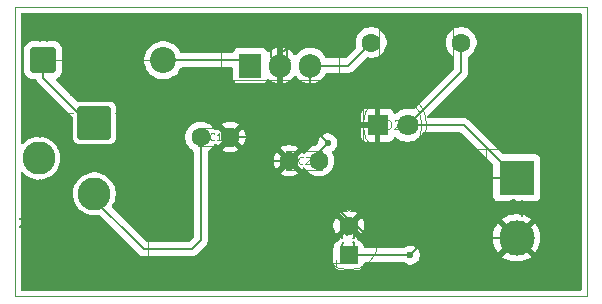
<source format=gbr>
%TF.GenerationSoftware,KiCad,Pcbnew,9.0.2*%
%TF.CreationDate,2025-06-23T12:50:11+05:30*%
%TF.ProjectId,L7805,4c373830-352e-46b6-9963-61645f706362,rev?*%
%TF.SameCoordinates,Original*%
%TF.FileFunction,Soldermask,Bot*%
%TF.FilePolarity,Negative*%
%FSLAX46Y46*%
G04 Gerber Fmt 4.6, Leading zero omitted, Abs format (unit mm)*
G04 Created by KiCad (PCBNEW 9.0.2) date 2025-06-23 12:50:11*
%MOMM*%
%LPD*%
G01*
G04 APERTURE LIST*
G04 Aperture macros list*
%AMRoundRect*
0 Rectangle with rounded corners*
0 $1 Rounding radius*
0 $2 $3 $4 $5 $6 $7 $8 $9 X,Y pos of 4 corners*
0 Add a 4 corners polygon primitive as box body*
4,1,4,$2,$3,$4,$5,$6,$7,$8,$9,$2,$3,0*
0 Add four circle primitives for the rounded corners*
1,1,$1+$1,$2,$3*
1,1,$1+$1,$4,$5*
1,1,$1+$1,$6,$7*
1,1,$1+$1,$8,$9*
0 Add four rect primitives between the rounded corners*
20,1,$1+$1,$2,$3,$4,$5,0*
20,1,$1+$1,$4,$5,$6,$7,0*
20,1,$1+$1,$6,$7,$8,$9,0*
20,1,$1+$1,$8,$9,$2,$3,0*%
G04 Aperture macros list end*
%ADD10RoundRect,0.250000X0.550000X-0.550000X0.550000X0.550000X-0.550000X0.550000X-0.550000X-0.550000X0*%
%ADD11C,1.600000*%
%ADD12R,1.905000X2.000000*%
%ADD13O,1.905000X2.000000*%
%ADD14RoundRect,0.249999X-0.850001X-0.850001X0.850001X-0.850001X0.850001X0.850001X-0.850001X0.850001X0*%
%ADD15C,2.200000*%
%ADD16R,1.800000X1.800000*%
%ADD17C,1.800000*%
%ADD18R,3.000000X3.000000*%
%ADD19C,3.000000*%
%ADD20C,2.800000*%
%ADD21RoundRect,0.100000X1.300000X1.300000X-1.300000X1.300000X-1.300000X-1.300000X1.300000X-1.300000X0*%
%TA.AperFunction,ComponentPad*%
%ADD22RoundRect,0.250000X0.550000X-0.550000X0.550000X0.550000X-0.550000X0.550000X-0.550000X-0.550000X0*%
%TD*%
%TA.AperFunction,ComponentPad*%
%ADD23C,1.600000*%
%TD*%
%TA.AperFunction,ComponentPad*%
%ADD24R,1.905000X2.000000*%
%TD*%
%TA.AperFunction,ComponentPad*%
%ADD25O,1.905000X2.000000*%
%TD*%
%TA.AperFunction,ComponentPad*%
%ADD26RoundRect,0.249999X-0.850001X-0.850001X0.850001X-0.850001X0.850001X0.850001X-0.850001X0.850001X0*%
%TD*%
%TA.AperFunction,ComponentPad*%
%ADD27C,2.200000*%
%TD*%
%TA.AperFunction,ComponentPad*%
%ADD28R,1.800000X1.800000*%
%TD*%
%TA.AperFunction,ComponentPad*%
%ADD29C,1.800000*%
%TD*%
%TA.AperFunction,ComponentPad*%
%ADD30R,3.000000X3.000000*%
%TD*%
%TA.AperFunction,ComponentPad*%
%ADD31C,3.000000*%
%TD*%
%TA.AperFunction,ComponentPad*%
%ADD32C,2.600000*%
%TD*%
%TA.AperFunction,ComponentPad*%
%ADD33R,2.600000X2.600000*%
%TD*%
%TA.AperFunction,ViaPad*%
%ADD34C,0.600000*%
%TD*%
%TA.AperFunction,Conductor*%
%ADD35C,0.200000*%
%TD*%
%ADD36C,0.150000*%
%ADD37C,0.090000*%
%ADD38C,0.120000*%
%ADD39C,0.100000*%
%TA.AperFunction,Profile*%
%ADD40C,0.050000*%
%TD*%
G04 APERTURE END LIST*
D10*
%TO.C,C3*%
X183794888Y-114500000D03*
D11*
X183794888Y-112000000D03*
%TD*%
%TO.C,C2*%
X181250000Y-106500000D03*
X178750000Y-106500000D03*
%TD*%
%TO.C,C1*%
X171250000Y-104500000D03*
X173750000Y-104500000D03*
%TD*%
D12*
%TO.C,U1*%
X175460000Y-98450000D03*
D13*
X178000000Y-98450000D03*
X180540000Y-98450000D03*
%TD*%
D14*
%TO.C,D1*%
X157920000Y-98000000D03*
D15*
X168080000Y-98000000D03*
%TD*%
D11*
%TO.C,R1*%
X185690000Y-96500000D03*
X193310000Y-96500000D03*
%TD*%
D16*
%TO.C,D2*%
X186225000Y-103500000D03*
D17*
X188765000Y-103500000D03*
%TD*%
D18*
%TO.C,J2*%
X198000000Y-107960000D03*
D19*
X198000000Y-113040000D03*
%TD*%
D20*
%TO.C,J1*%
X157550000Y-106300000D03*
X162250000Y-109300000D03*
D21*
X162250000Y-103300000D03*
%TD*%
D22*
%TO.P,C3,1*%
%TO.N,+5V*%
X183794888Y-114500000D03*
D23*
%TO.P,C3,2*%
%TO.N,GND*%
X183794888Y-112000000D03*
%TD*%
%TO.P,C2,1*%
%TO.N,Net-(U1-OUT)*%
X181250000Y-106500000D03*
%TO.P,C2,2*%
%TO.N,GND*%
X178750000Y-106500000D03*
%TD*%
%TO.P,C1,1*%
%TO.N,Net-(C1-Pad1)*%
X171250000Y-104500000D03*
%TO.P,C1,2*%
%TO.N,GND*%
X173750000Y-104500000D03*
%TD*%
D24*
%TO.P,U1,1,IN*%
%TO.N,Net-(D1-A)*%
X175460000Y-98450000D03*
D25*
%TO.P,U1,2,GND*%
%TO.N,GND*%
X178000000Y-98450000D03*
%TO.P,U1,3,OUT*%
%TO.N,Net-(U1-OUT)*%
X180540000Y-98450000D03*
%TD*%
D26*
%TO.P,D1,1,K*%
%TO.N,+12V*%
X157920000Y-98000000D03*
D27*
%TO.P,D1,2,A*%
%TO.N,Net-(D1-A)*%
X168080000Y-98000000D03*
%TD*%
D23*
%TO.P,R1,1*%
%TO.N,Net-(U1-OUT)*%
X185690000Y-96500000D03*
%TO.P,R1,2*%
%TO.N,+5V*%
X193310000Y-96500000D03*
%TD*%
D28*
%TO.P,D2,1,K*%
%TO.N,GND*%
X186225000Y-103500000D03*
D29*
%TO.P,D2,2,A*%
%TO.N,+5V*%
X188765000Y-103500000D03*
%TD*%
D30*
%TO.P,J2,1,Pin_1*%
%TO.N,+5V*%
X198000000Y-107960000D03*
D31*
%TO.P,J2,2,Pin_2*%
%TO.N,GND*%
X198000000Y-113040000D03*
%TD*%
D32*
%TO.P,J1,3*%
%TO.N,N/C*%
X157550000Y-106300000D03*
%TO.P,J1,2*%
%TO.N,Net-(C1-Pad1)*%
X162250000Y-109300000D03*
D33*
%TO.P,J1,1*%
%TO.N,+12V*%
X162250000Y-103300000D03*
%TD*%
D34*
%TO.N,Net-(U1-OUT)*%
X182000000Y-105000000D03*
%TO.N,+5V*%
X189000000Y-114500000D03*
%TD*%
D35*
%TO.N,Net-(U1-OUT)*%
X182000000Y-105000000D02*
X180540000Y-103540000D01*
X180540000Y-103540000D02*
X180540000Y-98450000D01*
%TO.N,+5V*%
X189000000Y-114500000D02*
X195540000Y-107960000D01*
X195540000Y-107960000D02*
X198000000Y-107960000D01*
%TD*%
G36*
X166872961Y-102444567D02*
G01*
X166905433Y-102477039D01*
X166910000Y-102500000D01*
X166910000Y-117100000D01*
X166905433Y-117122961D01*
X166872961Y-117155433D01*
X166850000Y-117160000D01*
X157650000Y-117160000D01*
X157627039Y-117155433D01*
X157594567Y-117122961D01*
X157590000Y-117100000D01*
X157590000Y-108100000D01*
X157594567Y-108077039D01*
X157627039Y-108044567D01*
X157672961Y-108044567D01*
X157705433Y-108077039D01*
X157710000Y-108100000D01*
X157710000Y-117040000D01*
X166790000Y-117040000D01*
X166790000Y-102560000D01*
X164050000Y-102560000D01*
X164027039Y-102555433D01*
X163994567Y-102522961D01*
X163994567Y-102477039D01*
X164027039Y-102444567D01*
X164050000Y-102440000D01*
X166850000Y-102440000D01*
X166872961Y-102444567D01*
G37*
G36*
X156260696Y-111767914D02*
G01*
X156262578Y-111768429D01*
X156288753Y-111781517D01*
X156290294Y-111782713D01*
X156309467Y-111804820D01*
X156310433Y-111806515D01*
X156319687Y-111834277D01*
X156319931Y-111836212D01*
X156317857Y-111865402D01*
X156317540Y-111866835D01*
X156312285Y-111880566D01*
X156312087Y-111881015D01*
X156264468Y-111976253D01*
X156264227Y-111976681D01*
X156260493Y-111982611D01*
X156259896Y-111984055D01*
X156259140Y-111985317D01*
X156257645Y-111987137D01*
X156256396Y-111989123D01*
X156255440Y-111990238D01*
X156254260Y-111991260D01*
X156249812Y-111996681D01*
X156249483Y-111997045D01*
X156195576Y-112050952D01*
X156874819Y-112050952D01*
X156874819Y-111845238D01*
X156874843Y-111844748D01*
X156876284Y-111830116D01*
X156876641Y-111828693D01*
X156887840Y-111801657D01*
X156888923Y-111800034D01*
X156909615Y-111779342D01*
X156911238Y-111778259D01*
X156938274Y-111767060D01*
X156940187Y-111766679D01*
X156969451Y-111766679D01*
X156971364Y-111767060D01*
X156998400Y-111778259D01*
X157000023Y-111779342D01*
X157020715Y-111800034D01*
X157021798Y-111801657D01*
X157032997Y-111828693D01*
X157033354Y-111830116D01*
X157034795Y-111844748D01*
X157034819Y-111845238D01*
X157034819Y-112416666D01*
X157034795Y-112417156D01*
X157033354Y-112431788D01*
X157032997Y-112433211D01*
X157021798Y-112460247D01*
X157020715Y-112461870D01*
X157000023Y-112482562D01*
X156998400Y-112483645D01*
X156971364Y-112494844D01*
X156969451Y-112495225D01*
X156940187Y-112495225D01*
X156938274Y-112494844D01*
X156911238Y-112483645D01*
X156909615Y-112482562D01*
X156888923Y-112461870D01*
X156887840Y-112460247D01*
X156876641Y-112433211D01*
X156876284Y-112431788D01*
X156874843Y-112417156D01*
X156874819Y-112416666D01*
X156874819Y-112210952D01*
X155954819Y-112210952D01*
X155954257Y-112210920D01*
X155954204Y-112210914D01*
X155954212Y-112210841D01*
X155954179Y-112210842D01*
X155954173Y-112210912D01*
X155939697Y-112209487D01*
X155938274Y-112209130D01*
X155931868Y-112206476D01*
X155925065Y-112205116D01*
X155923264Y-112204367D01*
X155917569Y-112200553D01*
X155911238Y-112197931D01*
X155909615Y-112196848D01*
X155904709Y-112191942D01*
X155898949Y-112188085D01*
X155897571Y-112186704D01*
X155893770Y-112181003D01*
X155888923Y-112176156D01*
X155887840Y-112174533D01*
X155885186Y-112168127D01*
X155881338Y-112162355D01*
X155880593Y-112160551D01*
X155879263Y-112153827D01*
X155876641Y-112147498D01*
X155876260Y-112145584D01*
X155876260Y-112138646D01*
X155874914Y-112131843D01*
X155874916Y-112129892D01*
X155876260Y-112123172D01*
X155876260Y-112116320D01*
X155876640Y-112114407D01*
X155879294Y-112107996D01*
X155880655Y-112101198D01*
X155881403Y-112099397D01*
X155885217Y-112093699D01*
X155887840Y-112087370D01*
X155888923Y-112085749D01*
X155893826Y-112080844D01*
X155897687Y-112075081D01*
X155898673Y-112073996D01*
X155909931Y-112064775D01*
X155909959Y-112064809D01*
X155910109Y-112064707D01*
X155910072Y-112064660D01*
X155910115Y-112064626D01*
X155910442Y-112064388D01*
X156046706Y-111973544D01*
X156127167Y-111893084D01*
X156168979Y-111809461D01*
X156169219Y-111809034D01*
X156177051Y-111796591D01*
X156178007Y-111795477D01*
X156200115Y-111776304D01*
X156201810Y-111775338D01*
X156229571Y-111766084D01*
X156231506Y-111765840D01*
X156260696Y-111767914D01*
G37*
G36*
X156971364Y-110957536D02*
G01*
X156998400Y-110968735D01*
X157000023Y-110969818D01*
X157020715Y-110990510D01*
X157021798Y-110992133D01*
X157032997Y-111019169D01*
X157033354Y-111020592D01*
X157034795Y-111035224D01*
X157034819Y-111035714D01*
X157034819Y-111130952D01*
X157034795Y-111131442D01*
X157034106Y-111138427D01*
X157034217Y-111139977D01*
X157034105Y-111141442D01*
X157033584Y-111143729D01*
X157033354Y-111146073D01*
X157032997Y-111147500D01*
X157032400Y-111148938D01*
X157030846Y-111155778D01*
X157030713Y-111156251D01*
X156983094Y-111299107D01*
X156982917Y-111299564D01*
X156976923Y-111312990D01*
X156976133Y-111314229D01*
X156974901Y-111315648D01*
X156974181Y-111317389D01*
X156973426Y-111318649D01*
X156964098Y-111330014D01*
X156963769Y-111330378D01*
X156868530Y-111425616D01*
X156868166Y-111425945D01*
X156856800Y-111435273D01*
X156855540Y-111436028D01*
X156853799Y-111436748D01*
X156852380Y-111437980D01*
X156851141Y-111438770D01*
X156837716Y-111444764D01*
X156837259Y-111444941D01*
X156694402Y-111492560D01*
X156693929Y-111492693D01*
X156687089Y-111494247D01*
X156685651Y-111494844D01*
X156684225Y-111495201D01*
X156681880Y-111495431D01*
X156679593Y-111495952D01*
X156678128Y-111496064D01*
X156676579Y-111495953D01*
X156669595Y-111496642D01*
X156669104Y-111496666D01*
X155954819Y-111496666D01*
X155954329Y-111496642D01*
X155939697Y-111495201D01*
X155938274Y-111494844D01*
X155911238Y-111483645D01*
X155909615Y-111482562D01*
X155888923Y-111461870D01*
X155887840Y-111460247D01*
X155876641Y-111433211D01*
X155876260Y-111431298D01*
X155876260Y-111402034D01*
X155876641Y-111400121D01*
X155887840Y-111373085D01*
X155888923Y-111371462D01*
X155909615Y-111350770D01*
X155911238Y-111349687D01*
X155938274Y-111338488D01*
X155939697Y-111338131D01*
X155954329Y-111336690D01*
X155954819Y-111336666D01*
X156656124Y-111336666D01*
X156768744Y-111299125D01*
X156837279Y-111230590D01*
X156874819Y-111117971D01*
X156874819Y-111035714D01*
X156874843Y-111035224D01*
X156876284Y-111020592D01*
X156876641Y-111019169D01*
X156887840Y-110992133D01*
X156888923Y-110990510D01*
X156909615Y-110969818D01*
X156911238Y-110968735D01*
X156938274Y-110957536D01*
X156940187Y-110957155D01*
X156969451Y-110957155D01*
X156971364Y-110957536D01*
G37*
G36*
X160472961Y-102444567D02*
G01*
X160505433Y-102477039D01*
X160505433Y-102522961D01*
X160472961Y-102555433D01*
X160450000Y-102560000D01*
X157710000Y-102560000D01*
X157710000Y-104500000D01*
X157705433Y-104522961D01*
X157672961Y-104555433D01*
X157627039Y-104555433D01*
X157594567Y-104522961D01*
X157590000Y-104500000D01*
X157590000Y-102500000D01*
X157594567Y-102477039D01*
X157627039Y-102444567D01*
X157650000Y-102440000D01*
X160450000Y-102440000D01*
X160472961Y-102444567D01*
G37*
G36*
X167112961Y-102204567D02*
G01*
X167145433Y-102237039D01*
X167150000Y-102260000D01*
X167150000Y-104000000D01*
X167145433Y-104022961D01*
X167112961Y-104055433D01*
X167067039Y-104055433D01*
X167034567Y-104022961D01*
X167030000Y-104000000D01*
X167030000Y-102320000D01*
X165350000Y-102320000D01*
X165327039Y-102315433D01*
X165294567Y-102282961D01*
X165294567Y-102237039D01*
X165327039Y-102204567D01*
X165350000Y-102200000D01*
X167090000Y-102200000D01*
X167112961Y-102204567D01*
G37*
D22*
%TO.P,C3,1*%
%TO.N,+5V*%
X183794888Y-114500000D03*
D23*
%TO.P,C3,2*%
%TO.N,GND*%
X183794888Y-112000000D03*
%TD*%
%TO.P,C2,1*%
%TO.N,Net-(U1-OUT)*%
X181250000Y-106500000D03*
%TO.P,C2,2*%
%TO.N,GND*%
X178750000Y-106500000D03*
%TD*%
%TO.P,C1,1*%
%TO.N,Net-(C1-Pad1)*%
X171250000Y-104500000D03*
%TO.P,C1,2*%
%TO.N,GND*%
X173750000Y-104500000D03*
%TD*%
D24*
%TO.P,U1,1,IN*%
%TO.N,Net-(D1-A)*%
X175460000Y-98450000D03*
D25*
%TO.P,U1,2,GND*%
%TO.N,GND*%
X178000000Y-98450000D03*
%TO.P,U1,3,OUT*%
%TO.N,Net-(U1-OUT)*%
X180540000Y-98450000D03*
%TD*%
D26*
%TO.P,D1,1,K*%
%TO.N,+12V*%
X157920000Y-98000000D03*
D27*
%TO.P,D1,2,A*%
%TO.N,Net-(D1-A)*%
X168080000Y-98000000D03*
%TD*%
D23*
%TO.P,R1,1*%
%TO.N,Net-(U1-OUT)*%
X185690000Y-96500000D03*
%TO.P,R1,2*%
%TO.N,+5V*%
X193310000Y-96500000D03*
%TD*%
D28*
%TO.P,D2,1,K*%
%TO.N,GND*%
X186225000Y-103500000D03*
D29*
%TO.P,D2,2,A*%
%TO.N,+5V*%
X188765000Y-103500000D03*
%TD*%
D30*
%TO.P,J2,1,Pin_1*%
%TO.N,+5V*%
X198000000Y-107960000D03*
D31*
%TO.P,J2,2,Pin_2*%
%TO.N,GND*%
X198000000Y-113040000D03*
%TD*%
D32*
%TO.P,J1,3*%
%TO.N,N/C*%
X157550000Y-106300000D03*
%TO.P,J1,2*%
%TO.N,Net-(C1-Pad1)*%
X162250000Y-109300000D03*
D33*
%TO.P,J1,1*%
%TO.N,+12V*%
X162250000Y-103300000D03*
%TD*%
D34*
%TO.N,Net-(U1-OUT)*%
X182000000Y-105000000D03*
%TO.N,+5V*%
X189000000Y-114500000D03*
%TD*%
D35*
%TO.N,Net-(C1-Pad1)*%
X171250000Y-113250000D02*
X171250000Y-104500000D01*
X170500000Y-114000000D02*
X171250000Y-113250000D01*
X166450000Y-114000000D02*
X170500000Y-114000000D01*
X161750000Y-109300000D02*
X166450000Y-114000000D01*
%TO.N,Net-(U1-OUT)*%
X181250000Y-105750000D02*
X182000000Y-105000000D01*
X181250000Y-106500000D02*
X181250000Y-105750000D01*
%TO.N,+5V*%
X183794888Y-114500000D02*
X189000000Y-114500000D01*
%TO.N,Net-(U1-OUT)*%
X183740000Y-98450000D02*
X185690000Y-96500000D01*
X180540000Y-98450000D02*
X183740000Y-98450000D01*
%TO.N,+5V*%
X193310000Y-98955000D02*
X188765000Y-103500000D01*
X193310000Y-96500000D02*
X193310000Y-98955000D01*
X193540000Y-103500000D02*
X198000000Y-107960000D01*
X188765000Y-103500000D02*
X193540000Y-103500000D01*
%TO.N,GND*%
X185540000Y-113040000D02*
X198000000Y-113040000D01*
X184500000Y-112000000D02*
X185540000Y-113040000D01*
X183794888Y-112000000D02*
X184500000Y-112000000D01*
X181750000Y-103500000D02*
X186225000Y-103500000D01*
X178750000Y-106500000D02*
X181750000Y-103500000D01*
X183794888Y-111544888D02*
X183794888Y-112000000D01*
X178750000Y-106500000D02*
X183794888Y-111544888D01*
X175500000Y-104500000D02*
X173750000Y-104500000D01*
X177500000Y-106500000D02*
X175500000Y-104500000D01*
X178750000Y-106500000D02*
X177500000Y-106500000D01*
X178000000Y-100250000D02*
X173750000Y-104500000D01*
X178000000Y-98450000D02*
X178000000Y-100250000D01*
%TO.N,Net-(D1-A)*%
X175010000Y-98000000D02*
X175460000Y-98450000D01*
X168080000Y-98000000D02*
X175010000Y-98000000D01*
%TO.N,+12V*%
X161750000Y-103300000D02*
X157920000Y-99470000D01*
X157920000Y-99470000D02*
X157920000Y-98000000D01*
X162000000Y-103000000D02*
X161750000Y-103250000D01*
X161750000Y-103300000D02*
X161750000Y-103250000D01*
%TD*%
%TA.AperFunction,Conductor*%
%TO.N,GND*%
G36*
X203442539Y-94020185D02*
G01*
X203488294Y-94072989D01*
X203499500Y-94124500D01*
X203499500Y-117375500D01*
X203479815Y-117442539D01*
X203427011Y-117488294D01*
X203375500Y-117499500D01*
X156124500Y-117499500D01*
X156057461Y-117479815D01*
X156011706Y-117427011D01*
X156000500Y-117375500D01*
X156000500Y-109181995D01*
X160449500Y-109181995D01*
X160449500Y-109418004D01*
X160449501Y-109418020D01*
X160461330Y-109507873D01*
X160480307Y-109652014D01*
X160493791Y-109702335D01*
X160541394Y-109879993D01*
X160631714Y-110098045D01*
X160631719Y-110098056D01*
X160702677Y-110220957D01*
X160749727Y-110302450D01*
X160749729Y-110302453D01*
X160749730Y-110302454D01*
X160893406Y-110489697D01*
X160893412Y-110489704D01*
X161060295Y-110656587D01*
X161060301Y-110656592D01*
X161247550Y-110800273D01*
X161378918Y-110876118D01*
X161451943Y-110918280D01*
X161451948Y-110918282D01*
X161451951Y-110918284D01*
X161670007Y-111008606D01*
X161897986Y-111069693D01*
X162131989Y-111100500D01*
X162131996Y-111100500D01*
X162368004Y-111100500D01*
X162368011Y-111100500D01*
X162601868Y-111069712D01*
X162670903Y-111080478D01*
X162705734Y-111104970D01*
X166081284Y-114480520D01*
X166081286Y-114480521D01*
X166081290Y-114480524D01*
X166218209Y-114559573D01*
X166218216Y-114559577D01*
X166370943Y-114600501D01*
X166370945Y-114600501D01*
X166536654Y-114600501D01*
X166536670Y-114600500D01*
X170413331Y-114600500D01*
X170413347Y-114600501D01*
X170420943Y-114600501D01*
X170579054Y-114600501D01*
X170579057Y-114600501D01*
X170731785Y-114559577D01*
X170781904Y-114530639D01*
X170868716Y-114480520D01*
X170980520Y-114368716D01*
X170980520Y-114368714D01*
X170990728Y-114358507D01*
X170990730Y-114358504D01*
X171449251Y-113899983D01*
X182494388Y-113899983D01*
X182494388Y-115100001D01*
X182494389Y-115100018D01*
X182504888Y-115202796D01*
X182504889Y-115202799D01*
X182560073Y-115369331D01*
X182560074Y-115369334D01*
X182652176Y-115518656D01*
X182776232Y-115642712D01*
X182925554Y-115734814D01*
X183092091Y-115789999D01*
X183194879Y-115800500D01*
X184394896Y-115800499D01*
X184497685Y-115789999D01*
X184664222Y-115734814D01*
X184813544Y-115642712D01*
X184937600Y-115518656D01*
X185029702Y-115369334D01*
X185084887Y-115202797D01*
X185084887Y-115202793D01*
X185085800Y-115198533D01*
X185119087Y-115137102D01*
X185180302Y-115103419D01*
X185207051Y-115100500D01*
X188420234Y-115100500D01*
X188487273Y-115120185D01*
X188489125Y-115121398D01*
X188620814Y-115209390D01*
X188620827Y-115209397D01*
X188766498Y-115269735D01*
X188766503Y-115269737D01*
X188921153Y-115300499D01*
X188921156Y-115300500D01*
X188921158Y-115300500D01*
X189078844Y-115300500D01*
X189078845Y-115300499D01*
X189233497Y-115269737D01*
X189379179Y-115209394D01*
X189510289Y-115121789D01*
X189621789Y-115010289D01*
X189709394Y-114879179D01*
X189769737Y-114733497D01*
X189800500Y-114578842D01*
X189800500Y-114421158D01*
X189800500Y-114421155D01*
X189800499Y-114421153D01*
X189769737Y-114266503D01*
X189722937Y-114153516D01*
X189709397Y-114120827D01*
X189709390Y-114120814D01*
X189621789Y-113989711D01*
X189621786Y-113989707D01*
X189510292Y-113878213D01*
X189510288Y-113878210D01*
X189379185Y-113790609D01*
X189379172Y-113790602D01*
X189233501Y-113730264D01*
X189233489Y-113730261D01*
X189078845Y-113699500D01*
X189078842Y-113699500D01*
X188921158Y-113699500D01*
X188921155Y-113699500D01*
X188766510Y-113730261D01*
X188766498Y-113730264D01*
X188620827Y-113790602D01*
X188620814Y-113790609D01*
X188489125Y-113878602D01*
X188422447Y-113899480D01*
X188420234Y-113899500D01*
X185207051Y-113899500D01*
X185140012Y-113879815D01*
X185094257Y-113827011D01*
X185085799Y-113801459D01*
X185084888Y-113797207D01*
X185082701Y-113790606D01*
X185029702Y-113630666D01*
X184937600Y-113481344D01*
X184813544Y-113357288D01*
X184664222Y-113265186D01*
X184602446Y-113244715D01*
X184545003Y-113204943D01*
X184518180Y-113140427D01*
X184517834Y-113117280D01*
X184520809Y-113079473D01*
X184433871Y-112992535D01*
X184350241Y-112908905D01*
X196000000Y-112908905D01*
X196000000Y-113171094D01*
X196034220Y-113431009D01*
X196034222Y-113431020D01*
X196102075Y-113684255D01*
X196202404Y-113926471D01*
X196202409Y-113926482D01*
X196333488Y-114153516D01*
X196333494Y-114153524D01*
X196420080Y-114266365D01*
X197314767Y-113371677D01*
X197326497Y-113399995D01*
X197409670Y-113524472D01*
X197515528Y-113630330D01*
X197640005Y-113713503D01*
X197668320Y-113725231D01*
X196773633Y-114619917D01*
X196773633Y-114619918D01*
X196886475Y-114706505D01*
X196886483Y-114706511D01*
X197113517Y-114837590D01*
X197113528Y-114837595D01*
X197355744Y-114937924D01*
X197608979Y-115005777D01*
X197608990Y-115005779D01*
X197868905Y-115039999D01*
X197868920Y-115040000D01*
X198131080Y-115040000D01*
X198131094Y-115039999D01*
X198391009Y-115005779D01*
X198391020Y-115005777D01*
X198644255Y-114937924D01*
X198886471Y-114837595D01*
X198886482Y-114837590D01*
X199113516Y-114706511D01*
X199113534Y-114706499D01*
X199226365Y-114619919D01*
X199226365Y-114619917D01*
X198331679Y-113725231D01*
X198359995Y-113713503D01*
X198484472Y-113630330D01*
X198590330Y-113524472D01*
X198673503Y-113399995D01*
X198685231Y-113371679D01*
X199579917Y-114266365D01*
X199579919Y-114266365D01*
X199666499Y-114153534D01*
X199666511Y-114153516D01*
X199797590Y-113926482D01*
X199797595Y-113926471D01*
X199897924Y-113684255D01*
X199965777Y-113431020D01*
X199965779Y-113431009D01*
X199999999Y-113171094D01*
X200000000Y-113171080D01*
X200000000Y-112908919D01*
X199999999Y-112908905D01*
X199965779Y-112648990D01*
X199965777Y-112648979D01*
X199897924Y-112395744D01*
X199797595Y-112153528D01*
X199797590Y-112153517D01*
X199666511Y-111926483D01*
X199666505Y-111926475D01*
X199579918Y-111813633D01*
X199579917Y-111813633D01*
X198685231Y-112708320D01*
X198673503Y-112680005D01*
X198590330Y-112555528D01*
X198484472Y-112449670D01*
X198359995Y-112366497D01*
X198331677Y-112354767D01*
X199226365Y-111460080D01*
X199113524Y-111373494D01*
X199113516Y-111373488D01*
X198886482Y-111242409D01*
X198886471Y-111242404D01*
X198644255Y-111142075D01*
X198391020Y-111074222D01*
X198391009Y-111074220D01*
X198131094Y-111040000D01*
X197868905Y-111040000D01*
X197608990Y-111074220D01*
X197608979Y-111074222D01*
X197355744Y-111142075D01*
X197113528Y-111242404D01*
X197113517Y-111242409D01*
X196886471Y-111373496D01*
X196773633Y-111460079D01*
X196773633Y-111460080D01*
X197668321Y-112354768D01*
X197640005Y-112366497D01*
X197515528Y-112449670D01*
X197409670Y-112555528D01*
X197326497Y-112680005D01*
X197314768Y-112708321D01*
X196420080Y-111813633D01*
X196420079Y-111813633D01*
X196333496Y-111926471D01*
X196202409Y-112153517D01*
X196202404Y-112153528D01*
X196102075Y-112395744D01*
X196034222Y-112648979D01*
X196034220Y-112648990D01*
X196000000Y-112908905D01*
X184350241Y-112908905D01*
X183841335Y-112400000D01*
X183847549Y-112400000D01*
X183949282Y-112372741D01*
X184040494Y-112320080D01*
X184114968Y-112245606D01*
X184167629Y-112154394D01*
X184194888Y-112052661D01*
X184194888Y-112046447D01*
X184874362Y-112725921D01*
X184906747Y-112681349D01*
X184999643Y-112499031D01*
X185062878Y-112304417D01*
X185094888Y-112102317D01*
X185094888Y-111897682D01*
X185062878Y-111695582D01*
X185014389Y-111546352D01*
X185014388Y-111546350D01*
X184999643Y-111500970D01*
X184906747Y-111318650D01*
X184874362Y-111274077D01*
X184874362Y-111274076D01*
X184194888Y-111953551D01*
X184194888Y-111947339D01*
X184167629Y-111845606D01*
X184114968Y-111754394D01*
X184040494Y-111679920D01*
X183949282Y-111627259D01*
X183847549Y-111600000D01*
X183841334Y-111600000D01*
X184520810Y-110920524D01*
X184520809Y-110920523D01*
X184476247Y-110888147D01*
X184476238Y-110888141D01*
X184293919Y-110795244D01*
X184099305Y-110732009D01*
X183897205Y-110700000D01*
X183692571Y-110700000D01*
X183490470Y-110732009D01*
X183295856Y-110795244D01*
X183113532Y-110888143D01*
X183068965Y-110920523D01*
X183068965Y-110920524D01*
X183748442Y-111600000D01*
X183742227Y-111600000D01*
X183640494Y-111627259D01*
X183549282Y-111679920D01*
X183474808Y-111754394D01*
X183422147Y-111845606D01*
X183394888Y-111947339D01*
X183394888Y-111953553D01*
X182715412Y-111274077D01*
X182715411Y-111274077D01*
X182683031Y-111318644D01*
X182590132Y-111500968D01*
X182526897Y-111695582D01*
X182494888Y-111897682D01*
X182494888Y-112102317D01*
X182526897Y-112304417D01*
X182590132Y-112499031D01*
X182683029Y-112681350D01*
X182683035Y-112681359D01*
X182715411Y-112725921D01*
X182715412Y-112725922D01*
X183394888Y-112046446D01*
X183394888Y-112052661D01*
X183422147Y-112154394D01*
X183474808Y-112245606D01*
X183549282Y-112320080D01*
X183640494Y-112372741D01*
X183742227Y-112400000D01*
X183748441Y-112400000D01*
X183068964Y-113079474D01*
X183071940Y-113117282D01*
X183057575Y-113185659D01*
X183008524Y-113235415D01*
X182987328Y-113244715D01*
X182925560Y-113265184D01*
X182925551Y-113265187D01*
X182776230Y-113357289D01*
X182652177Y-113481342D01*
X182560075Y-113630663D01*
X182560074Y-113630666D01*
X182504889Y-113797203D01*
X182504889Y-113797204D01*
X182504888Y-113797204D01*
X182494388Y-113899983D01*
X171449251Y-113899983D01*
X171618713Y-113730521D01*
X171618716Y-113730520D01*
X171730520Y-113618716D01*
X171780639Y-113531904D01*
X171809577Y-113481785D01*
X171850500Y-113329057D01*
X171850500Y-113170943D01*
X171850500Y-106397682D01*
X177450000Y-106397682D01*
X177450000Y-106602317D01*
X177482009Y-106804417D01*
X177545244Y-106999031D01*
X177638141Y-107181350D01*
X177638147Y-107181359D01*
X177670523Y-107225921D01*
X177670524Y-107225922D01*
X178350000Y-106546446D01*
X178350000Y-106552661D01*
X178377259Y-106654394D01*
X178429920Y-106745606D01*
X178504394Y-106820080D01*
X178595606Y-106872741D01*
X178697339Y-106900000D01*
X178703553Y-106900000D01*
X178024076Y-107579474D01*
X178068650Y-107611859D01*
X178250968Y-107704755D01*
X178445582Y-107767990D01*
X178647683Y-107800000D01*
X178852317Y-107800000D01*
X179054417Y-107767990D01*
X179249031Y-107704755D01*
X179431349Y-107611859D01*
X179475921Y-107579474D01*
X178796447Y-106900000D01*
X178802661Y-106900000D01*
X178904394Y-106872741D01*
X178995606Y-106820080D01*
X179070080Y-106745606D01*
X179122741Y-106654394D01*
X179150000Y-106552661D01*
X179150000Y-106546447D01*
X179829474Y-107225921D01*
X179861859Y-107181349D01*
X179889233Y-107127624D01*
X179937207Y-107076827D01*
X180005028Y-107060031D01*
X180071163Y-107082567D01*
X180110203Y-107127621D01*
X180137713Y-107181611D01*
X180258028Y-107347213D01*
X180402786Y-107491971D01*
X180523226Y-107579474D01*
X180568390Y-107612287D01*
X180684607Y-107671503D01*
X180750776Y-107705218D01*
X180750778Y-107705218D01*
X180750781Y-107705220D01*
X180855137Y-107739127D01*
X180945465Y-107768477D01*
X181046557Y-107784488D01*
X181147648Y-107800500D01*
X181147649Y-107800500D01*
X181352351Y-107800500D01*
X181352352Y-107800500D01*
X181554534Y-107768477D01*
X181749219Y-107705220D01*
X181931610Y-107612287D01*
X182044448Y-107530306D01*
X182097213Y-107491971D01*
X182097215Y-107491968D01*
X182097219Y-107491966D01*
X182241966Y-107347219D01*
X182241968Y-107347215D01*
X182241971Y-107347213D01*
X182294732Y-107274590D01*
X182362287Y-107181610D01*
X182455220Y-106999219D01*
X182518477Y-106804534D01*
X182550500Y-106602352D01*
X182550500Y-106397648D01*
X182542257Y-106345606D01*
X182518477Y-106195465D01*
X182460231Y-106016204D01*
X182455220Y-106000781D01*
X182455218Y-106000778D01*
X182455218Y-106000776D01*
X182375171Y-105843676D01*
X182362275Y-105775007D01*
X182388551Y-105710266D01*
X182416761Y-105684282D01*
X182510289Y-105621789D01*
X182621789Y-105510289D01*
X182709394Y-105379179D01*
X182769737Y-105233497D01*
X182800500Y-105078842D01*
X182800500Y-104921158D01*
X182800500Y-104921155D01*
X182800499Y-104921153D01*
X182795018Y-104893598D01*
X182769737Y-104766503D01*
X182769735Y-104766498D01*
X182709397Y-104620827D01*
X182709390Y-104620814D01*
X182621789Y-104489711D01*
X182621786Y-104489707D01*
X182510292Y-104378213D01*
X182510288Y-104378210D01*
X182379185Y-104290609D01*
X182379172Y-104290602D01*
X182233501Y-104230264D01*
X182233489Y-104230261D01*
X182078845Y-104199500D01*
X182078842Y-104199500D01*
X181921158Y-104199500D01*
X181921155Y-104199500D01*
X181766510Y-104230261D01*
X181766498Y-104230264D01*
X181620827Y-104290602D01*
X181620814Y-104290609D01*
X181489711Y-104378210D01*
X181489707Y-104378213D01*
X181378213Y-104489707D01*
X181378210Y-104489711D01*
X181290609Y-104620814D01*
X181290602Y-104620827D01*
X181230264Y-104766498D01*
X181230261Y-104766508D01*
X181199361Y-104921850D01*
X181166976Y-104983761D01*
X181165425Y-104985339D01*
X180927671Y-105223093D01*
X180878309Y-105253343D01*
X180750776Y-105294781D01*
X180568386Y-105387715D01*
X180402786Y-105508028D01*
X180258028Y-105652786D01*
X180137714Y-105818386D01*
X180110203Y-105872379D01*
X180062227Y-105923174D01*
X179994406Y-105939968D01*
X179928272Y-105917429D01*
X179889234Y-105872376D01*
X179861861Y-105818652D01*
X179829474Y-105774077D01*
X179829474Y-105774076D01*
X179150000Y-106453551D01*
X179150000Y-106447339D01*
X179122741Y-106345606D01*
X179070080Y-106254394D01*
X178995606Y-106179920D01*
X178904394Y-106127259D01*
X178802661Y-106100000D01*
X178796446Y-106100000D01*
X179475922Y-105420524D01*
X179475921Y-105420523D01*
X179431359Y-105388147D01*
X179431350Y-105388141D01*
X179249031Y-105295244D01*
X179054417Y-105232009D01*
X178852317Y-105200000D01*
X178647683Y-105200000D01*
X178445582Y-105232009D01*
X178250968Y-105295244D01*
X178068644Y-105388143D01*
X178024077Y-105420523D01*
X178024077Y-105420524D01*
X178703554Y-106100000D01*
X178697339Y-106100000D01*
X178595606Y-106127259D01*
X178504394Y-106179920D01*
X178429920Y-106254394D01*
X178377259Y-106345606D01*
X178350000Y-106447339D01*
X178350000Y-106453553D01*
X177670524Y-105774077D01*
X177670523Y-105774077D01*
X177638143Y-105818644D01*
X177545244Y-106000968D01*
X177482009Y-106195582D01*
X177450000Y-106397682D01*
X171850500Y-106397682D01*
X171850500Y-105729601D01*
X171870185Y-105662562D01*
X171918206Y-105619116D01*
X171931610Y-105612287D01*
X172097219Y-105491966D01*
X172241966Y-105347219D01*
X172241968Y-105347215D01*
X172241971Y-105347213D01*
X172362286Y-105181611D01*
X172362415Y-105181359D01*
X172389795Y-105127621D01*
X172437769Y-105076826D01*
X172505589Y-105060030D01*
X172571725Y-105082567D01*
X172610765Y-105127621D01*
X172638141Y-105181350D01*
X172638147Y-105181359D01*
X172670523Y-105225921D01*
X172670524Y-105225922D01*
X173350000Y-104546446D01*
X173350000Y-104552661D01*
X173377259Y-104654394D01*
X173429920Y-104745606D01*
X173504394Y-104820080D01*
X173595606Y-104872741D01*
X173697339Y-104900000D01*
X173703553Y-104900000D01*
X173024076Y-105579474D01*
X173068650Y-105611859D01*
X173250968Y-105704755D01*
X173445582Y-105767990D01*
X173647683Y-105800000D01*
X173852317Y-105800000D01*
X174054417Y-105767990D01*
X174249031Y-105704755D01*
X174431349Y-105611859D01*
X174475921Y-105579474D01*
X174475922Y-105579474D01*
X174451912Y-105555464D01*
X173796447Y-104900000D01*
X173802661Y-104900000D01*
X173904394Y-104872741D01*
X173995606Y-104820080D01*
X174070080Y-104745606D01*
X174122741Y-104654394D01*
X174150000Y-104552661D01*
X174150000Y-104546448D01*
X174829474Y-105225922D01*
X174829474Y-105225921D01*
X174861859Y-105181349D01*
X174954755Y-104999031D01*
X175017990Y-104804417D01*
X175050000Y-104602317D01*
X175050000Y-104397682D01*
X175017990Y-104195582D01*
X174954755Y-104000968D01*
X174861859Y-103818650D01*
X174829474Y-103774077D01*
X174829474Y-103774076D01*
X174150000Y-104453551D01*
X174150000Y-104447339D01*
X174122741Y-104345606D01*
X174070080Y-104254394D01*
X173995606Y-104179920D01*
X173904394Y-104127259D01*
X173802661Y-104100000D01*
X173796446Y-104100000D01*
X174475922Y-103420524D01*
X174475921Y-103420523D01*
X174431359Y-103388147D01*
X174431350Y-103388141D01*
X174249031Y-103295244D01*
X174054417Y-103232009D01*
X173852317Y-103200000D01*
X173647683Y-103200000D01*
X173445582Y-103232009D01*
X173250968Y-103295244D01*
X173068644Y-103388143D01*
X173024077Y-103420523D01*
X173024077Y-103420524D01*
X173703554Y-104100000D01*
X173697339Y-104100000D01*
X173595606Y-104127259D01*
X173504394Y-104179920D01*
X173429920Y-104254394D01*
X173377259Y-104345606D01*
X173350000Y-104447339D01*
X173350000Y-104453553D01*
X172670524Y-103774077D01*
X172670523Y-103774077D01*
X172638143Y-103818644D01*
X172610765Y-103872378D01*
X172562790Y-103923174D01*
X172494969Y-103939969D01*
X172428834Y-103917431D01*
X172389795Y-103872378D01*
X172383534Y-103860090D01*
X172362287Y-103818390D01*
X172362285Y-103818387D01*
X172362284Y-103818385D01*
X172241971Y-103652786D01*
X172097213Y-103508028D01*
X171931613Y-103387715D01*
X171931612Y-103387714D01*
X171931610Y-103387713D01*
X171874653Y-103358691D01*
X171749223Y-103294781D01*
X171554534Y-103231522D01*
X171379995Y-103203878D01*
X171352352Y-103199500D01*
X171147648Y-103199500D01*
X171123329Y-103203351D01*
X170945465Y-103231522D01*
X170750776Y-103294781D01*
X170568386Y-103387715D01*
X170402786Y-103508028D01*
X170258028Y-103652786D01*
X170137715Y-103818386D01*
X170044781Y-104000776D01*
X169981522Y-104195465D01*
X169949500Y-104397648D01*
X169949500Y-104602351D01*
X169981522Y-104804534D01*
X170044781Y-104999223D01*
X170085000Y-105078156D01*
X170137585Y-105181359D01*
X170137715Y-105181613D01*
X170258028Y-105347213D01*
X170258034Y-105347219D01*
X170402781Y-105491966D01*
X170568390Y-105612287D01*
X170581793Y-105619116D01*
X170632589Y-105667088D01*
X170649500Y-105729601D01*
X170649500Y-112949903D01*
X170629815Y-113016942D01*
X170613181Y-113037584D01*
X170287584Y-113363181D01*
X170226261Y-113396666D01*
X170199903Y-113399500D01*
X166750098Y-113399500D01*
X166683059Y-113379815D01*
X166662417Y-113363181D01*
X163762654Y-110463418D01*
X163729169Y-110402095D01*
X163734153Y-110332403D01*
X163748652Y-110306252D01*
X163748016Y-110305827D01*
X163750262Y-110302463D01*
X163750273Y-110302450D01*
X163868284Y-110098049D01*
X163958606Y-109879993D01*
X164019693Y-109652014D01*
X164050500Y-109418011D01*
X164050500Y-109181989D01*
X164019693Y-108947986D01*
X163958606Y-108720007D01*
X163868284Y-108501951D01*
X163868282Y-108501948D01*
X163868280Y-108501943D01*
X163826118Y-108428918D01*
X163750273Y-108297550D01*
X163606592Y-108110301D01*
X163606587Y-108110295D01*
X163439704Y-107943412D01*
X163439697Y-107943406D01*
X163252454Y-107799730D01*
X163252453Y-107799729D01*
X163252450Y-107799727D01*
X163170957Y-107752677D01*
X163048056Y-107681719D01*
X163048045Y-107681714D01*
X162829993Y-107591394D01*
X162602010Y-107530306D01*
X162368020Y-107499501D01*
X162368017Y-107499500D01*
X162368011Y-107499500D01*
X162131989Y-107499500D01*
X162131983Y-107499500D01*
X162131979Y-107499501D01*
X161897989Y-107530306D01*
X161670006Y-107591394D01*
X161451954Y-107681714D01*
X161451943Y-107681719D01*
X161247545Y-107799730D01*
X161060302Y-107943406D01*
X161060295Y-107943412D01*
X160893412Y-108110295D01*
X160893406Y-108110302D01*
X160749730Y-108297545D01*
X160631719Y-108501943D01*
X160631714Y-108501954D01*
X160541394Y-108720006D01*
X160480306Y-108947989D01*
X160449501Y-109181979D01*
X160449500Y-109181995D01*
X156000500Y-109181995D01*
X156000500Y-107596154D01*
X156020185Y-107529115D01*
X156072989Y-107483360D01*
X156142147Y-107473416D01*
X156205703Y-107502441D01*
X156212181Y-107508473D01*
X156360295Y-107656587D01*
X156360302Y-107656593D01*
X156393043Y-107681716D01*
X156547550Y-107800273D01*
X156678918Y-107876118D01*
X156751943Y-107918280D01*
X156751948Y-107918282D01*
X156751951Y-107918284D01*
X156970007Y-108008606D01*
X157197986Y-108069693D01*
X157431989Y-108100500D01*
X157431996Y-108100500D01*
X157668004Y-108100500D01*
X157668011Y-108100500D01*
X157902014Y-108069693D01*
X158129993Y-108008606D01*
X158348049Y-107918284D01*
X158552450Y-107800273D01*
X158739699Y-107656592D01*
X158906592Y-107489699D01*
X159050273Y-107302450D01*
X159168284Y-107098049D01*
X159258606Y-106879993D01*
X159319693Y-106652014D01*
X159350500Y-106418011D01*
X159350500Y-106181989D01*
X159319693Y-105947986D01*
X159258606Y-105720007D01*
X159168284Y-105501951D01*
X159168282Y-105501948D01*
X159168280Y-105501943D01*
X159121272Y-105420524D01*
X159050273Y-105297550D01*
X159001127Y-105233501D01*
X158906591Y-105110299D01*
X158739704Y-104943412D01*
X158739697Y-104943406D01*
X158552454Y-104799730D01*
X158552453Y-104799729D01*
X158552450Y-104799727D01*
X158458710Y-104745606D01*
X158348056Y-104681719D01*
X158348045Y-104681714D01*
X158129993Y-104591394D01*
X157902014Y-104530307D01*
X157902013Y-104530306D01*
X157902010Y-104530306D01*
X157668020Y-104499501D01*
X157668017Y-104499500D01*
X157668011Y-104499500D01*
X157431989Y-104499500D01*
X157431983Y-104499500D01*
X157431979Y-104499501D01*
X157197989Y-104530306D01*
X156970006Y-104591394D01*
X156751954Y-104681714D01*
X156751943Y-104681719D01*
X156560909Y-104792014D01*
X156550722Y-104797896D01*
X156547545Y-104799730D01*
X156360302Y-104943406D01*
X156360295Y-104943412D01*
X156212181Y-105091527D01*
X156150858Y-105125012D01*
X156081166Y-105120028D01*
X156025233Y-105078156D01*
X156000816Y-105012692D01*
X156000500Y-105003846D01*
X156000500Y-97099982D01*
X156319500Y-97099982D01*
X156319500Y-98900017D01*
X156330000Y-99002796D01*
X156385185Y-99169332D01*
X156385187Y-99169337D01*
X156395949Y-99186785D01*
X156477288Y-99318656D01*
X156601344Y-99442712D01*
X156750665Y-99534814D01*
X156917202Y-99589999D01*
X157019990Y-99600500D01*
X157238135Y-99600500D01*
X157305174Y-99620185D01*
X157350044Y-99671092D01*
X157354957Y-99681386D01*
X157360423Y-99701785D01*
X157382612Y-99740217D01*
X157421483Y-99807544D01*
X157439479Y-99838714D01*
X157439481Y-99838717D01*
X157558349Y-99957585D01*
X157558355Y-99957590D01*
X160413181Y-102812416D01*
X160446666Y-102873739D01*
X160449500Y-102900097D01*
X160449500Y-104647870D01*
X160449501Y-104647876D01*
X160455908Y-104707483D01*
X160506202Y-104842328D01*
X160506206Y-104842335D01*
X160592452Y-104957544D01*
X160592455Y-104957547D01*
X160707664Y-105043793D01*
X160707671Y-105043797D01*
X160842517Y-105094091D01*
X160842516Y-105094091D01*
X160849444Y-105094835D01*
X160902127Y-105100500D01*
X163597872Y-105100499D01*
X163657483Y-105094091D01*
X163792331Y-105043796D01*
X163907546Y-104957546D01*
X163993796Y-104842331D01*
X164044091Y-104707483D01*
X164050500Y-104647873D01*
X164050499Y-102552155D01*
X184825000Y-102552155D01*
X184825000Y-103250000D01*
X185849722Y-103250000D01*
X185805667Y-103326306D01*
X185775000Y-103440756D01*
X185775000Y-103559244D01*
X185805667Y-103673694D01*
X185849722Y-103750000D01*
X184825000Y-103750000D01*
X184825000Y-104447844D01*
X184831401Y-104507372D01*
X184831403Y-104507379D01*
X184881645Y-104642086D01*
X184881649Y-104642093D01*
X184967809Y-104757187D01*
X184967812Y-104757190D01*
X185082906Y-104843350D01*
X185082913Y-104843354D01*
X185217620Y-104893596D01*
X185217627Y-104893598D01*
X185277155Y-104899999D01*
X185277172Y-104900000D01*
X185975000Y-104900000D01*
X185975000Y-103875277D01*
X186051306Y-103919333D01*
X186165756Y-103950000D01*
X186284244Y-103950000D01*
X186398694Y-103919333D01*
X186475000Y-103875277D01*
X186475000Y-104900000D01*
X187172828Y-104900000D01*
X187172844Y-104899999D01*
X187232372Y-104893598D01*
X187232379Y-104893596D01*
X187367086Y-104843354D01*
X187367093Y-104843350D01*
X187482187Y-104757190D01*
X187482190Y-104757187D01*
X187568350Y-104642093D01*
X187568354Y-104642086D01*
X187598213Y-104562031D01*
X187640084Y-104506097D01*
X187705548Y-104481680D01*
X187773821Y-104496531D01*
X187802076Y-104517683D01*
X187852636Y-104568243D01*
X187852641Y-104568247D01*
X187962226Y-104647864D01*
X188030978Y-104697815D01*
X188147501Y-104757187D01*
X188227393Y-104797895D01*
X188227396Y-104797896D01*
X188295673Y-104820080D01*
X188437049Y-104866015D01*
X188654778Y-104900500D01*
X188654779Y-104900500D01*
X188875221Y-104900500D01*
X188875222Y-104900500D01*
X189092951Y-104866015D01*
X189302606Y-104797895D01*
X189499022Y-104697815D01*
X189677365Y-104568242D01*
X189833242Y-104412365D01*
X189962815Y-104234022D01*
X189980405Y-104199500D01*
X189996352Y-104168204D01*
X190044326Y-104117409D01*
X190106836Y-104100500D01*
X193239903Y-104100500D01*
X193306942Y-104120185D01*
X193327584Y-104136819D01*
X195963181Y-106772416D01*
X195996666Y-106833739D01*
X195999500Y-106860097D01*
X195999500Y-109507870D01*
X195999501Y-109507876D01*
X196005908Y-109567483D01*
X196056202Y-109702328D01*
X196056206Y-109702335D01*
X196142452Y-109817544D01*
X196142455Y-109817547D01*
X196257664Y-109903793D01*
X196257671Y-109903797D01*
X196392517Y-109954091D01*
X196392516Y-109954091D01*
X196399444Y-109954835D01*
X196452127Y-109960500D01*
X199547872Y-109960499D01*
X199607483Y-109954091D01*
X199742331Y-109903796D01*
X199857546Y-109817546D01*
X199943796Y-109702331D01*
X199994091Y-109567483D01*
X200000500Y-109507873D01*
X200000499Y-106412128D01*
X199994091Y-106352517D01*
X199991513Y-106345606D01*
X199943797Y-106217671D01*
X199943793Y-106217664D01*
X199857547Y-106102455D01*
X199857544Y-106102452D01*
X199742335Y-106016206D01*
X199742328Y-106016202D01*
X199607482Y-105965908D01*
X199607483Y-105965908D01*
X199547883Y-105959501D01*
X199547881Y-105959500D01*
X199547873Y-105959500D01*
X199547865Y-105959500D01*
X196900097Y-105959500D01*
X196833058Y-105939815D01*
X196812416Y-105923181D01*
X194027590Y-103138355D01*
X194027588Y-103138352D01*
X193908717Y-103019481D01*
X193908716Y-103019480D01*
X193809839Y-102962394D01*
X193809838Y-102962393D01*
X193771783Y-102940422D01*
X193715881Y-102925443D01*
X193619057Y-102899499D01*
X193460943Y-102899499D01*
X193453347Y-102899499D01*
X193453331Y-102899500D01*
X190514097Y-102899500D01*
X190447058Y-102879815D01*
X190401303Y-102827011D01*
X190391359Y-102757853D01*
X190420384Y-102694297D01*
X190426416Y-102687819D01*
X191646649Y-101467586D01*
X193790520Y-99323716D01*
X193869577Y-99186784D01*
X193910501Y-99034057D01*
X193910501Y-98875942D01*
X193910501Y-98868347D01*
X193910500Y-98868329D01*
X193910500Y-97729601D01*
X193930185Y-97662562D01*
X193978206Y-97619116D01*
X193991610Y-97612287D01*
X194157219Y-97491966D01*
X194301966Y-97347219D01*
X194301968Y-97347215D01*
X194301971Y-97347213D01*
X194382753Y-97236024D01*
X194422287Y-97181610D01*
X194515220Y-96999219D01*
X194578477Y-96804534D01*
X194610500Y-96602352D01*
X194610500Y-96397648D01*
X194578477Y-96195466D01*
X194515220Y-96000781D01*
X194515218Y-96000778D01*
X194515218Y-96000776D01*
X194481503Y-95934607D01*
X194422287Y-95818390D01*
X194414556Y-95807749D01*
X194301971Y-95652786D01*
X194157213Y-95508028D01*
X193991613Y-95387715D01*
X193991612Y-95387714D01*
X193991610Y-95387713D01*
X193934653Y-95358691D01*
X193809223Y-95294781D01*
X193614534Y-95231522D01*
X193439995Y-95203878D01*
X193412352Y-95199500D01*
X193207648Y-95199500D01*
X193183329Y-95203351D01*
X193005465Y-95231522D01*
X192810776Y-95294781D01*
X192628386Y-95387715D01*
X192462786Y-95508028D01*
X192318028Y-95652786D01*
X192197715Y-95818386D01*
X192104781Y-96000776D01*
X192041522Y-96195465D01*
X192009500Y-96397648D01*
X192009500Y-96602351D01*
X192041522Y-96804534D01*
X192104781Y-96999223D01*
X192197715Y-97181613D01*
X192318028Y-97347213D01*
X192318034Y-97347219D01*
X192462781Y-97491966D01*
X192628390Y-97612287D01*
X192641793Y-97619116D01*
X192692589Y-97667088D01*
X192709500Y-97729601D01*
X192709500Y-98654902D01*
X192689815Y-98721941D01*
X192673181Y-98742583D01*
X189289202Y-102126561D01*
X189227879Y-102160046D01*
X189163203Y-102156811D01*
X189138584Y-102148812D01*
X189092952Y-102133985D01*
X188984086Y-102116742D01*
X188875222Y-102099500D01*
X188654778Y-102099500D01*
X188582201Y-102110995D01*
X188437047Y-102133985D01*
X188227396Y-102202103D01*
X188227393Y-102202104D01*
X188030974Y-102302187D01*
X187852641Y-102431752D01*
X187852636Y-102431756D01*
X187802075Y-102482317D01*
X187740752Y-102515801D01*
X187671060Y-102510816D01*
X187615127Y-102468945D01*
X187598213Y-102437968D01*
X187568354Y-102357913D01*
X187568350Y-102357906D01*
X187482190Y-102242812D01*
X187482187Y-102242809D01*
X187367093Y-102156649D01*
X187367086Y-102156645D01*
X187232379Y-102106403D01*
X187232372Y-102106401D01*
X187172844Y-102100000D01*
X186475000Y-102100000D01*
X186475000Y-103124722D01*
X186398694Y-103080667D01*
X186284244Y-103050000D01*
X186165756Y-103050000D01*
X186051306Y-103080667D01*
X185975000Y-103124722D01*
X185975000Y-102100000D01*
X185277155Y-102100000D01*
X185217627Y-102106401D01*
X185217620Y-102106403D01*
X185082913Y-102156645D01*
X185082906Y-102156649D01*
X184967812Y-102242809D01*
X184967809Y-102242812D01*
X184881649Y-102357906D01*
X184881645Y-102357913D01*
X184831403Y-102492620D01*
X184831401Y-102492627D01*
X184825000Y-102552155D01*
X164050499Y-102552155D01*
X164050499Y-101952128D01*
X164044091Y-101892517D01*
X163993796Y-101757669D01*
X163993795Y-101757668D01*
X163993793Y-101757664D01*
X163907547Y-101642455D01*
X163907544Y-101642452D01*
X163792335Y-101556206D01*
X163792328Y-101556202D01*
X163657482Y-101505908D01*
X163657483Y-101505908D01*
X163597883Y-101499501D01*
X163597881Y-101499500D01*
X163597873Y-101499500D01*
X163597864Y-101499500D01*
X160902129Y-101499500D01*
X160902118Y-101499501D01*
X160867753Y-101503195D01*
X160798993Y-101490787D01*
X160766821Y-101467586D01*
X159039739Y-99740504D01*
X159006254Y-99679181D01*
X159011238Y-99609489D01*
X159053110Y-99553556D01*
X159082864Y-99538018D01*
X159082792Y-99537864D01*
X159086227Y-99536261D01*
X159088420Y-99535117D01*
X159089335Y-99534814D01*
X159238656Y-99442712D01*
X159362712Y-99318656D01*
X159454814Y-99169335D01*
X159509999Y-99002798D01*
X159520500Y-98900010D01*
X159520500Y-97874038D01*
X166479500Y-97874038D01*
X166479500Y-98125961D01*
X166518910Y-98374785D01*
X166596760Y-98614383D01*
X166652868Y-98724500D01*
X166700872Y-98818713D01*
X166711132Y-98838848D01*
X166859201Y-99042649D01*
X166859205Y-99042654D01*
X167037345Y-99220794D01*
X167037350Y-99220798D01*
X167178996Y-99323709D01*
X167241155Y-99368870D01*
X167384184Y-99441747D01*
X167465616Y-99483239D01*
X167465618Y-99483239D01*
X167465621Y-99483241D01*
X167705215Y-99561090D01*
X167954038Y-99600500D01*
X167954039Y-99600500D01*
X168205961Y-99600500D01*
X168205962Y-99600500D01*
X168454785Y-99561090D01*
X168694379Y-99483241D01*
X168918845Y-99368870D01*
X169122656Y-99220793D01*
X169300793Y-99042656D01*
X169448870Y-98838845D01*
X169535815Y-98668204D01*
X169583789Y-98617409D01*
X169646300Y-98600500D01*
X173883001Y-98600500D01*
X173950040Y-98620185D01*
X173995795Y-98672989D01*
X174007001Y-98724500D01*
X174007001Y-99497876D01*
X174013408Y-99557483D01*
X174063702Y-99692328D01*
X174063706Y-99692335D01*
X174149952Y-99807544D01*
X174149955Y-99807547D01*
X174265164Y-99893793D01*
X174265171Y-99893797D01*
X174400017Y-99944091D01*
X174400016Y-99944091D01*
X174406944Y-99944835D01*
X174459627Y-99950500D01*
X176460372Y-99950499D01*
X176519983Y-99944091D01*
X176654831Y-99893796D01*
X176770046Y-99807546D01*
X176856296Y-99692331D01*
X176866872Y-99663974D01*
X176908740Y-99608041D01*
X176974204Y-99583622D01*
X177042477Y-99598472D01*
X177055940Y-99606988D01*
X177238723Y-99739788D01*
X177442429Y-99843582D01*
X177659871Y-99914234D01*
X177750000Y-99928509D01*
X177750000Y-98940747D01*
X177787708Y-98962518D01*
X177927591Y-99000000D01*
X178072409Y-99000000D01*
X178212292Y-98962518D01*
X178250000Y-98940747D01*
X178250000Y-99928508D01*
X178340128Y-99914234D01*
X178557570Y-99843582D01*
X178761276Y-99739788D01*
X178946242Y-99605402D01*
X179107905Y-99443739D01*
X179169371Y-99359137D01*
X179224701Y-99316470D01*
X179294314Y-99310491D01*
X179356109Y-99343096D01*
X179370007Y-99359134D01*
X179431714Y-99444066D01*
X179593434Y-99605786D01*
X179778462Y-99740217D01*
X179971777Y-99838716D01*
X179982244Y-99844049D01*
X180199751Y-99914721D01*
X180199752Y-99914721D01*
X180199755Y-99914722D01*
X180425646Y-99950500D01*
X180425647Y-99950500D01*
X180654353Y-99950500D01*
X180654354Y-99950500D01*
X180880245Y-99914722D01*
X180880248Y-99914721D01*
X180880249Y-99914721D01*
X181097755Y-99844049D01*
X181097755Y-99844048D01*
X181097758Y-99844048D01*
X181301538Y-99740217D01*
X181486566Y-99605786D01*
X181648286Y-99444066D01*
X181782717Y-99259038D01*
X181854475Y-99118205D01*
X181902450Y-99067409D01*
X181964960Y-99050500D01*
X183653331Y-99050500D01*
X183653347Y-99050501D01*
X183660943Y-99050501D01*
X183819054Y-99050501D01*
X183819057Y-99050501D01*
X183971785Y-99009577D01*
X184021904Y-98980639D01*
X184108716Y-98930520D01*
X184220520Y-98818716D01*
X184220520Y-98818714D01*
X184230728Y-98808507D01*
X184230730Y-98808504D01*
X185245158Y-97794075D01*
X185306479Y-97760592D01*
X185371151Y-97763825D01*
X185385466Y-97768477D01*
X185587648Y-97800500D01*
X185587649Y-97800500D01*
X185792351Y-97800500D01*
X185792352Y-97800500D01*
X185994534Y-97768477D01*
X186189219Y-97705220D01*
X186371610Y-97612287D01*
X186469918Y-97540863D01*
X186537213Y-97491971D01*
X186537215Y-97491968D01*
X186537219Y-97491966D01*
X186681966Y-97347219D01*
X186681968Y-97347215D01*
X186681971Y-97347213D01*
X186762753Y-97236024D01*
X186802287Y-97181610D01*
X186895220Y-96999219D01*
X186958477Y-96804534D01*
X186990500Y-96602352D01*
X186990500Y-96397648D01*
X186958477Y-96195466D01*
X186895220Y-96000781D01*
X186895218Y-96000778D01*
X186895218Y-96000776D01*
X186861503Y-95934607D01*
X186802287Y-95818390D01*
X186794556Y-95807749D01*
X186681971Y-95652786D01*
X186537213Y-95508028D01*
X186371613Y-95387715D01*
X186371612Y-95387714D01*
X186371610Y-95387713D01*
X186314653Y-95358691D01*
X186189223Y-95294781D01*
X185994534Y-95231522D01*
X185819995Y-95203878D01*
X185792352Y-95199500D01*
X185587648Y-95199500D01*
X185563329Y-95203351D01*
X185385465Y-95231522D01*
X185190776Y-95294781D01*
X185008386Y-95387715D01*
X184842786Y-95508028D01*
X184698028Y-95652786D01*
X184577715Y-95818386D01*
X184484781Y-96000776D01*
X184421522Y-96195465D01*
X184389500Y-96397648D01*
X184389500Y-96602351D01*
X184421522Y-96804534D01*
X184426173Y-96818848D01*
X184428165Y-96888690D01*
X184395921Y-96944842D01*
X183527584Y-97813181D01*
X183466261Y-97846666D01*
X183439903Y-97849500D01*
X181964960Y-97849500D01*
X181897921Y-97829815D01*
X181854475Y-97781795D01*
X181815457Y-97705218D01*
X181782717Y-97640962D01*
X181648286Y-97455934D01*
X181486566Y-97294214D01*
X181301538Y-97159783D01*
X181097755Y-97055950D01*
X180880248Y-96985278D01*
X180703885Y-96957345D01*
X180654354Y-96949500D01*
X180425646Y-96949500D01*
X180376115Y-96957345D01*
X180199753Y-96985278D01*
X180199750Y-96985278D01*
X179982244Y-97055950D01*
X179778461Y-97159783D01*
X179712550Y-97207671D01*
X179593434Y-97294214D01*
X179593432Y-97294216D01*
X179593431Y-97294216D01*
X179431716Y-97455931D01*
X179431709Y-97455940D01*
X179370007Y-97540864D01*
X179314677Y-97583530D01*
X179245063Y-97589508D01*
X179183269Y-97556901D01*
X179169372Y-97540863D01*
X179107907Y-97456263D01*
X179107902Y-97456257D01*
X178946242Y-97294597D01*
X178761276Y-97160211D01*
X178557568Y-97056417D01*
X178340124Y-96985765D01*
X178250000Y-96971490D01*
X178250000Y-97959252D01*
X178212292Y-97937482D01*
X178072409Y-97900000D01*
X177927591Y-97900000D01*
X177787708Y-97937482D01*
X177750000Y-97959252D01*
X177750000Y-96971490D01*
X177749999Y-96971490D01*
X177659875Y-96985765D01*
X177442431Y-97056417D01*
X177238719Y-97160213D01*
X177055939Y-97293010D01*
X176990132Y-97316490D01*
X176922079Y-97300664D01*
X176873384Y-97250558D01*
X176866875Y-97236033D01*
X176856296Y-97207669D01*
X176856295Y-97207667D01*
X176856293Y-97207664D01*
X176770047Y-97092455D01*
X176770044Y-97092452D01*
X176654835Y-97006206D01*
X176654828Y-97006202D01*
X176519982Y-96955908D01*
X176519983Y-96955908D01*
X176460383Y-96949501D01*
X176460381Y-96949500D01*
X176460373Y-96949500D01*
X176460364Y-96949500D01*
X174459629Y-96949500D01*
X174459623Y-96949501D01*
X174400016Y-96955908D01*
X174265171Y-97006202D01*
X174265164Y-97006206D01*
X174149955Y-97092452D01*
X174149952Y-97092455D01*
X174063706Y-97207664D01*
X174063702Y-97207671D01*
X174022242Y-97318833D01*
X173980371Y-97374767D01*
X173914907Y-97399184D01*
X173906060Y-97399500D01*
X169646300Y-97399500D01*
X169579261Y-97379815D01*
X169535815Y-97331795D01*
X169448870Y-97161155D01*
X169398956Y-97092454D01*
X169300798Y-96957350D01*
X169300794Y-96957345D01*
X169122654Y-96779205D01*
X169122649Y-96779201D01*
X168918848Y-96631132D01*
X168918847Y-96631131D01*
X168918845Y-96631130D01*
X168848747Y-96595413D01*
X168694383Y-96516760D01*
X168454785Y-96438910D01*
X168205962Y-96399500D01*
X167954038Y-96399500D01*
X167887738Y-96410001D01*
X167705214Y-96438910D01*
X167465616Y-96516760D01*
X167241151Y-96631132D01*
X167037350Y-96779201D01*
X167037345Y-96779205D01*
X166859205Y-96957345D01*
X166859201Y-96957350D01*
X166711132Y-97161151D01*
X166596760Y-97385616D01*
X166518910Y-97625214D01*
X166479500Y-97874038D01*
X159520500Y-97874038D01*
X159520500Y-97099990D01*
X159509999Y-96997202D01*
X159454814Y-96830665D01*
X159362712Y-96681344D01*
X159238656Y-96557288D01*
X159089335Y-96465186D01*
X158922798Y-96410001D01*
X158922796Y-96410000D01*
X158820017Y-96399500D01*
X158820010Y-96399500D01*
X157019990Y-96399500D01*
X157019982Y-96399500D01*
X156917203Y-96410000D01*
X156917202Y-96410001D01*
X156834669Y-96437349D01*
X156750667Y-96465185D01*
X156750662Y-96465187D01*
X156601342Y-96557289D01*
X156477289Y-96681342D01*
X156385187Y-96830662D01*
X156385186Y-96830665D01*
X156330001Y-96997202D01*
X156330001Y-96997203D01*
X156330000Y-96997203D01*
X156319500Y-97099982D01*
X156000500Y-97099982D01*
X156000500Y-94124500D01*
X156020185Y-94057461D01*
X156072989Y-94011706D01*
X156124500Y-94000500D01*
X203375500Y-94000500D01*
X203442539Y-94020185D01*
G37*
%TD.AperFunction*%
%TD*%
D10*
%TO.C,C3*%
X183794888Y-114500000D03*
D11*
X183794888Y-112000000D03*
%TD*%
%TO.C,C2*%
X181250000Y-106500000D03*
X178750000Y-106500000D03*
%TD*%
%TO.C,C1*%
X171250000Y-104500000D03*
X173750000Y-104500000D03*
%TD*%
D12*
%TO.C,U1*%
X175460000Y-98450000D03*
D13*
X178000000Y-98450000D03*
X180540000Y-98450000D03*
%TD*%
D14*
%TO.C,D1*%
X157920000Y-98000000D03*
D15*
X168080000Y-98000000D03*
%TD*%
D11*
%TO.C,R1*%
X185690000Y-96500000D03*
X193310000Y-96500000D03*
%TD*%
D16*
%TO.C,D2*%
X186225000Y-103500000D03*
D17*
X188765000Y-103500000D03*
%TD*%
D18*
%TO.C,J2*%
X198000000Y-107960000D03*
D19*
X198000000Y-113040000D03*
%TD*%
D20*
%TO.C,J1*%
X157550000Y-106300000D03*
X162250000Y-109300000D03*
D21*
X162250000Y-103300000D03*
%TD*%
D36*
X187904468Y-112940476D02*
X187952088Y-112988095D01*
X187952088Y-112988095D02*
X187999707Y-113130952D01*
X187999707Y-113130952D02*
X187999707Y-113226190D01*
X187999707Y-113226190D02*
X187952088Y-113369047D01*
X187952088Y-113369047D02*
X187856849Y-113464285D01*
X187856849Y-113464285D02*
X187761611Y-113511904D01*
X187761611Y-113511904D02*
X187571135Y-113559523D01*
X187571135Y-113559523D02*
X187428278Y-113559523D01*
X187428278Y-113559523D02*
X187237802Y-113511904D01*
X187237802Y-113511904D02*
X187142564Y-113464285D01*
X187142564Y-113464285D02*
X187047326Y-113369047D01*
X187047326Y-113369047D02*
X186999707Y-113226190D01*
X186999707Y-113226190D02*
X186999707Y-113130952D01*
X186999707Y-113130952D02*
X187047326Y-112988095D01*
X187047326Y-112988095D02*
X187094945Y-112940476D01*
X184154468Y-113416666D02*
X184202088Y-113464285D01*
X184202088Y-113464285D02*
X184249707Y-113607142D01*
X184249707Y-113607142D02*
X184249707Y-113702380D01*
X184249707Y-113702380D02*
X184202088Y-113845237D01*
X184202088Y-113845237D02*
X184106849Y-113940475D01*
X184106849Y-113940475D02*
X184011611Y-113988094D01*
X184011611Y-113988094D02*
X183821135Y-114035713D01*
X183821135Y-114035713D02*
X183678278Y-114035713D01*
X183678278Y-114035713D02*
X183487802Y-113988094D01*
X183487802Y-113988094D02*
X183392564Y-113940475D01*
X183392564Y-113940475D02*
X183297326Y-113845237D01*
X183297326Y-113845237D02*
X183249707Y-113702380D01*
X183249707Y-113702380D02*
X183249707Y-113607142D01*
X183249707Y-113607142D02*
X183297326Y-113464285D01*
X183297326Y-113464285D02*
X183344945Y-113416666D01*
X183249707Y-113083332D02*
X183249707Y-112464285D01*
X183249707Y-112464285D02*
X183630659Y-112797618D01*
X183630659Y-112797618D02*
X183630659Y-112654761D01*
X183630659Y-112654761D02*
X183678278Y-112559523D01*
X183678278Y-112559523D02*
X183725897Y-112511904D01*
X183725897Y-112511904D02*
X183821135Y-112464285D01*
X183821135Y-112464285D02*
X184059230Y-112464285D01*
X184059230Y-112464285D02*
X184154468Y-112511904D01*
X184154468Y-112511904D02*
X184202088Y-112559523D01*
X184202088Y-112559523D02*
X184249707Y-112654761D01*
X184249707Y-112654761D02*
X184249707Y-112940475D01*
X184249707Y-112940475D02*
X184202088Y-113035713D01*
X184202088Y-113035713D02*
X184154468Y-113083332D01*
X180309523Y-104809580D02*
X180261904Y-104857200D01*
X180261904Y-104857200D02*
X180119047Y-104904819D01*
X180119047Y-104904819D02*
X180023809Y-104904819D01*
X180023809Y-104904819D02*
X179880952Y-104857200D01*
X179880952Y-104857200D02*
X179785714Y-104761961D01*
X179785714Y-104761961D02*
X179738095Y-104666723D01*
X179738095Y-104666723D02*
X179690476Y-104476247D01*
X179690476Y-104476247D02*
X179690476Y-104333390D01*
X179690476Y-104333390D02*
X179738095Y-104142914D01*
X179738095Y-104142914D02*
X179785714Y-104047676D01*
X179785714Y-104047676D02*
X179880952Y-103952438D01*
X179880952Y-103952438D02*
X180023809Y-103904819D01*
X180023809Y-103904819D02*
X180119047Y-103904819D01*
X180119047Y-103904819D02*
X180261904Y-103952438D01*
X180261904Y-103952438D02*
X180309523Y-104000057D01*
D37*
X179900000Y-106715748D02*
X179871428Y-106744320D01*
X179871428Y-106744320D02*
X179785714Y-106772891D01*
X179785714Y-106772891D02*
X179728571Y-106772891D01*
X179728571Y-106772891D02*
X179642857Y-106744320D01*
X179642857Y-106744320D02*
X179585714Y-106687177D01*
X179585714Y-106687177D02*
X179557143Y-106630034D01*
X179557143Y-106630034D02*
X179528571Y-106515748D01*
X179528571Y-106515748D02*
X179528571Y-106430034D01*
X179528571Y-106430034D02*
X179557143Y-106315748D01*
X179557143Y-106315748D02*
X179585714Y-106258605D01*
X179585714Y-106258605D02*
X179642857Y-106201462D01*
X179642857Y-106201462D02*
X179728571Y-106172891D01*
X179728571Y-106172891D02*
X179785714Y-106172891D01*
X179785714Y-106172891D02*
X179871428Y-106201462D01*
X179871428Y-106201462D02*
X179900000Y-106230034D01*
X180128571Y-106230034D02*
X180157143Y-106201462D01*
X180157143Y-106201462D02*
X180214286Y-106172891D01*
X180214286Y-106172891D02*
X180357143Y-106172891D01*
X180357143Y-106172891D02*
X180414286Y-106201462D01*
X180414286Y-106201462D02*
X180442857Y-106230034D01*
X180442857Y-106230034D02*
X180471428Y-106287177D01*
X180471428Y-106287177D02*
X180471428Y-106344320D01*
X180471428Y-106344320D02*
X180442857Y-106430034D01*
X180442857Y-106430034D02*
X180100000Y-106772891D01*
X180100000Y-106772891D02*
X180471428Y-106772891D01*
D36*
X172809523Y-106909580D02*
X172761904Y-106957200D01*
X172761904Y-106957200D02*
X172619047Y-107004819D01*
X172619047Y-107004819D02*
X172523809Y-107004819D01*
X172523809Y-107004819D02*
X172380952Y-106957200D01*
X172380952Y-106957200D02*
X172285714Y-106861961D01*
X172285714Y-106861961D02*
X172238095Y-106766723D01*
X172238095Y-106766723D02*
X172190476Y-106576247D01*
X172190476Y-106576247D02*
X172190476Y-106433390D01*
X172190476Y-106433390D02*
X172238095Y-106242914D01*
X172238095Y-106242914D02*
X172285714Y-106147676D01*
X172285714Y-106147676D02*
X172380952Y-106052438D01*
X172380952Y-106052438D02*
X172523809Y-106004819D01*
X172523809Y-106004819D02*
X172619047Y-106004819D01*
X172619047Y-106004819D02*
X172761904Y-106052438D01*
X172761904Y-106052438D02*
X172809523Y-106100057D01*
D37*
X172400000Y-104715748D02*
X172371428Y-104744320D01*
X172371428Y-104744320D02*
X172285714Y-104772891D01*
X172285714Y-104772891D02*
X172228571Y-104772891D01*
X172228571Y-104772891D02*
X172142857Y-104744320D01*
X172142857Y-104744320D02*
X172085714Y-104687177D01*
X172085714Y-104687177D02*
X172057143Y-104630034D01*
X172057143Y-104630034D02*
X172028571Y-104515748D01*
X172028571Y-104515748D02*
X172028571Y-104430034D01*
X172028571Y-104430034D02*
X172057143Y-104315748D01*
X172057143Y-104315748D02*
X172085714Y-104258605D01*
X172085714Y-104258605D02*
X172142857Y-104201462D01*
X172142857Y-104201462D02*
X172228571Y-104172891D01*
X172228571Y-104172891D02*
X172285714Y-104172891D01*
X172285714Y-104172891D02*
X172371428Y-104201462D01*
X172371428Y-104201462D02*
X172400000Y-104230034D01*
X172971428Y-104772891D02*
X172628571Y-104772891D01*
X172800000Y-104772891D02*
X172800000Y-104172891D01*
X172800000Y-104172891D02*
X172742857Y-104258605D01*
X172742857Y-104258605D02*
X172685714Y-104315748D01*
X172685714Y-104315748D02*
X172628571Y-104344320D01*
D36*
X176404761Y-101104819D02*
X175928571Y-101104819D01*
X175928571Y-101104819D02*
X175928571Y-100104819D01*
X176642857Y-100104819D02*
X177309523Y-100104819D01*
X177309523Y-100104819D02*
X176880952Y-101104819D01*
X177833333Y-100533390D02*
X177738095Y-100485771D01*
X177738095Y-100485771D02*
X177690476Y-100438152D01*
X177690476Y-100438152D02*
X177642857Y-100342914D01*
X177642857Y-100342914D02*
X177642857Y-100295295D01*
X177642857Y-100295295D02*
X177690476Y-100200057D01*
X177690476Y-100200057D02*
X177738095Y-100152438D01*
X177738095Y-100152438D02*
X177833333Y-100104819D01*
X177833333Y-100104819D02*
X178023809Y-100104819D01*
X178023809Y-100104819D02*
X178119047Y-100152438D01*
X178119047Y-100152438D02*
X178166666Y-100200057D01*
X178166666Y-100200057D02*
X178214285Y-100295295D01*
X178214285Y-100295295D02*
X178214285Y-100342914D01*
X178214285Y-100342914D02*
X178166666Y-100438152D01*
X178166666Y-100438152D02*
X178119047Y-100485771D01*
X178119047Y-100485771D02*
X178023809Y-100533390D01*
X178023809Y-100533390D02*
X177833333Y-100533390D01*
X177833333Y-100533390D02*
X177738095Y-100581009D01*
X177738095Y-100581009D02*
X177690476Y-100628628D01*
X177690476Y-100628628D02*
X177642857Y-100723866D01*
X177642857Y-100723866D02*
X177642857Y-100914342D01*
X177642857Y-100914342D02*
X177690476Y-101009580D01*
X177690476Y-101009580D02*
X177738095Y-101057200D01*
X177738095Y-101057200D02*
X177833333Y-101104819D01*
X177833333Y-101104819D02*
X178023809Y-101104819D01*
X178023809Y-101104819D02*
X178119047Y-101057200D01*
X178119047Y-101057200D02*
X178166666Y-101009580D01*
X178166666Y-101009580D02*
X178214285Y-100914342D01*
X178214285Y-100914342D02*
X178214285Y-100723866D01*
X178214285Y-100723866D02*
X178166666Y-100628628D01*
X178166666Y-100628628D02*
X178119047Y-100581009D01*
X178119047Y-100581009D02*
X178023809Y-100533390D01*
X178833333Y-100104819D02*
X178928571Y-100104819D01*
X178928571Y-100104819D02*
X179023809Y-100152438D01*
X179023809Y-100152438D02*
X179071428Y-100200057D01*
X179071428Y-100200057D02*
X179119047Y-100295295D01*
X179119047Y-100295295D02*
X179166666Y-100485771D01*
X179166666Y-100485771D02*
X179166666Y-100723866D01*
X179166666Y-100723866D02*
X179119047Y-100914342D01*
X179119047Y-100914342D02*
X179071428Y-101009580D01*
X179071428Y-101009580D02*
X179023809Y-101057200D01*
X179023809Y-101057200D02*
X178928571Y-101104819D01*
X178928571Y-101104819D02*
X178833333Y-101104819D01*
X178833333Y-101104819D02*
X178738095Y-101057200D01*
X178738095Y-101057200D02*
X178690476Y-101009580D01*
X178690476Y-101009580D02*
X178642857Y-100914342D01*
X178642857Y-100914342D02*
X178595238Y-100723866D01*
X178595238Y-100723866D02*
X178595238Y-100485771D01*
X178595238Y-100485771D02*
X178642857Y-100295295D01*
X178642857Y-100295295D02*
X178690476Y-100200057D01*
X178690476Y-100200057D02*
X178738095Y-100152438D01*
X178738095Y-100152438D02*
X178833333Y-100104819D01*
X180071428Y-100104819D02*
X179595238Y-100104819D01*
X179595238Y-100104819D02*
X179547619Y-100581009D01*
X179547619Y-100581009D02*
X179595238Y-100533390D01*
X179595238Y-100533390D02*
X179690476Y-100485771D01*
X179690476Y-100485771D02*
X179928571Y-100485771D01*
X179928571Y-100485771D02*
X180023809Y-100533390D01*
X180023809Y-100533390D02*
X180071428Y-100581009D01*
X180071428Y-100581009D02*
X180119047Y-100676247D01*
X180119047Y-100676247D02*
X180119047Y-100914342D01*
X180119047Y-100914342D02*
X180071428Y-101009580D01*
X180071428Y-101009580D02*
X180023809Y-101057200D01*
X180023809Y-101057200D02*
X179928571Y-101104819D01*
X179928571Y-101104819D02*
X179690476Y-101104819D01*
X179690476Y-101104819D02*
X179595238Y-101057200D01*
X179595238Y-101057200D02*
X179547619Y-101009580D01*
X177238095Y-96954819D02*
X177238095Y-97764342D01*
X177238095Y-97764342D02*
X177285714Y-97859580D01*
X177285714Y-97859580D02*
X177333333Y-97907200D01*
X177333333Y-97907200D02*
X177428571Y-97954819D01*
X177428571Y-97954819D02*
X177619047Y-97954819D01*
X177619047Y-97954819D02*
X177714285Y-97907200D01*
X177714285Y-97907200D02*
X177761904Y-97859580D01*
X177761904Y-97859580D02*
X177809523Y-97764342D01*
X177809523Y-97764342D02*
X177809523Y-96954819D01*
X178809523Y-97954819D02*
X178238095Y-97954819D01*
X178523809Y-97954819D02*
X178523809Y-96954819D01*
X178523809Y-96954819D02*
X178428571Y-97097676D01*
X178428571Y-97097676D02*
X178333333Y-97192914D01*
X178333333Y-97192914D02*
X178238095Y-97240533D01*
X160857142Y-100924819D02*
X160285714Y-100924819D01*
X160571428Y-100924819D02*
X160571428Y-99924819D01*
X160571428Y-99924819D02*
X160476190Y-100067676D01*
X160476190Y-100067676D02*
X160380952Y-100162914D01*
X160380952Y-100162914D02*
X160285714Y-100210533D01*
X161285714Y-100924819D02*
X161285714Y-99924819D01*
X161285714Y-99924819D02*
X161857142Y-100924819D01*
X161857142Y-100924819D02*
X161857142Y-99924819D01*
X162809523Y-99924819D02*
X162333333Y-99924819D01*
X162333333Y-99924819D02*
X162285714Y-100401009D01*
X162285714Y-100401009D02*
X162333333Y-100353390D01*
X162333333Y-100353390D02*
X162428571Y-100305771D01*
X162428571Y-100305771D02*
X162666666Y-100305771D01*
X162666666Y-100305771D02*
X162761904Y-100353390D01*
X162761904Y-100353390D02*
X162809523Y-100401009D01*
X162809523Y-100401009D02*
X162857142Y-100496247D01*
X162857142Y-100496247D02*
X162857142Y-100734342D01*
X162857142Y-100734342D02*
X162809523Y-100829580D01*
X162809523Y-100829580D02*
X162761904Y-100877200D01*
X162761904Y-100877200D02*
X162666666Y-100924819D01*
X162666666Y-100924819D02*
X162428571Y-100924819D01*
X162428571Y-100924819D02*
X162333333Y-100877200D01*
X162333333Y-100877200D02*
X162285714Y-100829580D01*
X163428571Y-100353390D02*
X163333333Y-100305771D01*
X163333333Y-100305771D02*
X163285714Y-100258152D01*
X163285714Y-100258152D02*
X163238095Y-100162914D01*
X163238095Y-100162914D02*
X163238095Y-100115295D01*
X163238095Y-100115295D02*
X163285714Y-100020057D01*
X163285714Y-100020057D02*
X163333333Y-99972438D01*
X163333333Y-99972438D02*
X163428571Y-99924819D01*
X163428571Y-99924819D02*
X163619047Y-99924819D01*
X163619047Y-99924819D02*
X163714285Y-99972438D01*
X163714285Y-99972438D02*
X163761904Y-100020057D01*
X163761904Y-100020057D02*
X163809523Y-100115295D01*
X163809523Y-100115295D02*
X163809523Y-100162914D01*
X163809523Y-100162914D02*
X163761904Y-100258152D01*
X163761904Y-100258152D02*
X163714285Y-100305771D01*
X163714285Y-100305771D02*
X163619047Y-100353390D01*
X163619047Y-100353390D02*
X163428571Y-100353390D01*
X163428571Y-100353390D02*
X163333333Y-100401009D01*
X163333333Y-100401009D02*
X163285714Y-100448628D01*
X163285714Y-100448628D02*
X163238095Y-100543866D01*
X163238095Y-100543866D02*
X163238095Y-100734342D01*
X163238095Y-100734342D02*
X163285714Y-100829580D01*
X163285714Y-100829580D02*
X163333333Y-100877200D01*
X163333333Y-100877200D02*
X163428571Y-100924819D01*
X163428571Y-100924819D02*
X163619047Y-100924819D01*
X163619047Y-100924819D02*
X163714285Y-100877200D01*
X163714285Y-100877200D02*
X163761904Y-100829580D01*
X163761904Y-100829580D02*
X163809523Y-100734342D01*
X163809523Y-100734342D02*
X163809523Y-100543866D01*
X163809523Y-100543866D02*
X163761904Y-100448628D01*
X163761904Y-100448628D02*
X163714285Y-100401009D01*
X163714285Y-100401009D02*
X163619047Y-100353390D01*
X164761904Y-100924819D02*
X164190476Y-100924819D01*
X164476190Y-100924819D02*
X164476190Y-99924819D01*
X164476190Y-99924819D02*
X164380952Y-100067676D01*
X164380952Y-100067676D02*
X164285714Y-100162914D01*
X164285714Y-100162914D02*
X164190476Y-100210533D01*
X165238095Y-100924819D02*
X165428571Y-100924819D01*
X165428571Y-100924819D02*
X165523809Y-100877200D01*
X165523809Y-100877200D02*
X165571428Y-100829580D01*
X165571428Y-100829580D02*
X165666666Y-100686723D01*
X165666666Y-100686723D02*
X165714285Y-100496247D01*
X165714285Y-100496247D02*
X165714285Y-100115295D01*
X165714285Y-100115295D02*
X165666666Y-100020057D01*
X165666666Y-100020057D02*
X165619047Y-99972438D01*
X165619047Y-99972438D02*
X165523809Y-99924819D01*
X165523809Y-99924819D02*
X165333333Y-99924819D01*
X165333333Y-99924819D02*
X165238095Y-99972438D01*
X165238095Y-99972438D02*
X165190476Y-100020057D01*
X165190476Y-100020057D02*
X165142857Y-100115295D01*
X165142857Y-100115295D02*
X165142857Y-100353390D01*
X165142857Y-100353390D02*
X165190476Y-100448628D01*
X165190476Y-100448628D02*
X165238095Y-100496247D01*
X165238095Y-100496247D02*
X165333333Y-100543866D01*
X165333333Y-100543866D02*
X165523809Y-100543866D01*
X165523809Y-100543866D02*
X165619047Y-100496247D01*
X165619047Y-100496247D02*
X165666666Y-100448628D01*
X165666666Y-100448628D02*
X165714285Y-100353390D01*
X157658095Y-96354819D02*
X157658095Y-95354819D01*
X158229523Y-96354819D02*
X157800952Y-95783390D01*
X158229523Y-95354819D02*
X157658095Y-95926247D01*
X162651905Y-98454819D02*
X162651905Y-97454819D01*
X162651905Y-97454819D02*
X162890000Y-97454819D01*
X162890000Y-97454819D02*
X163032857Y-97502438D01*
X163032857Y-97502438D02*
X163128095Y-97597676D01*
X163128095Y-97597676D02*
X163175714Y-97692914D01*
X163175714Y-97692914D02*
X163223333Y-97883390D01*
X163223333Y-97883390D02*
X163223333Y-98026247D01*
X163223333Y-98026247D02*
X163175714Y-98216723D01*
X163175714Y-98216723D02*
X163128095Y-98311961D01*
X163128095Y-98311961D02*
X163032857Y-98407200D01*
X163032857Y-98407200D02*
X162890000Y-98454819D01*
X162890000Y-98454819D02*
X162651905Y-98454819D01*
X164175714Y-98454819D02*
X163604286Y-98454819D01*
X163890000Y-98454819D02*
X163890000Y-97454819D01*
X163890000Y-97454819D02*
X163794762Y-97597676D01*
X163794762Y-97597676D02*
X163699524Y-97692914D01*
X163699524Y-97692914D02*
X163604286Y-97740533D01*
X189809523Y-99324819D02*
X189476190Y-98848628D01*
X189238095Y-99324819D02*
X189238095Y-98324819D01*
X189238095Y-98324819D02*
X189619047Y-98324819D01*
X189619047Y-98324819D02*
X189714285Y-98372438D01*
X189714285Y-98372438D02*
X189761904Y-98420057D01*
X189761904Y-98420057D02*
X189809523Y-98515295D01*
X189809523Y-98515295D02*
X189809523Y-98658152D01*
X189809523Y-98658152D02*
X189761904Y-98753390D01*
X189761904Y-98753390D02*
X189714285Y-98801009D01*
X189714285Y-98801009D02*
X189619047Y-98848628D01*
X189619047Y-98848628D02*
X189238095Y-98848628D01*
X189333333Y-96954819D02*
X189000000Y-96478628D01*
X188761905Y-96954819D02*
X188761905Y-95954819D01*
X188761905Y-95954819D02*
X189142857Y-95954819D01*
X189142857Y-95954819D02*
X189238095Y-96002438D01*
X189238095Y-96002438D02*
X189285714Y-96050057D01*
X189285714Y-96050057D02*
X189333333Y-96145295D01*
X189333333Y-96145295D02*
X189333333Y-96288152D01*
X189333333Y-96288152D02*
X189285714Y-96383390D01*
X189285714Y-96383390D02*
X189238095Y-96431009D01*
X189238095Y-96431009D02*
X189142857Y-96478628D01*
X189142857Y-96478628D02*
X188761905Y-96478628D01*
X190285714Y-96954819D02*
X189714286Y-96954819D01*
X190000000Y-96954819D02*
X190000000Y-95954819D01*
X190000000Y-95954819D02*
X189904762Y-96097676D01*
X189904762Y-96097676D02*
X189809524Y-96192914D01*
X189809524Y-96192914D02*
X189714286Y-96240533D01*
X186852142Y-107914819D02*
X186375952Y-107914819D01*
X186375952Y-107914819D02*
X186375952Y-106914819D01*
X187185476Y-107391009D02*
X187518809Y-107391009D01*
X187661666Y-107914819D02*
X187185476Y-107914819D01*
X187185476Y-107914819D02*
X187185476Y-106914819D01*
X187185476Y-106914819D02*
X187661666Y-106914819D01*
X188090238Y-107914819D02*
X188090238Y-106914819D01*
X188090238Y-106914819D02*
X188328333Y-106914819D01*
X188328333Y-106914819D02*
X188471190Y-106962438D01*
X188471190Y-106962438D02*
X188566428Y-107057676D01*
X188566428Y-107057676D02*
X188614047Y-107152914D01*
X188614047Y-107152914D02*
X188661666Y-107343390D01*
X188661666Y-107343390D02*
X188661666Y-107486247D01*
X188661666Y-107486247D02*
X188614047Y-107676723D01*
X188614047Y-107676723D02*
X188566428Y-107771961D01*
X188566428Y-107771961D02*
X188471190Y-107867200D01*
X188471190Y-107867200D02*
X188328333Y-107914819D01*
X188328333Y-107914819D02*
X188090238Y-107914819D01*
D38*
X186904524Y-103863855D02*
X186904524Y-103063855D01*
X186904524Y-103063855D02*
X187095000Y-103063855D01*
X187095000Y-103063855D02*
X187209286Y-103101950D01*
X187209286Y-103101950D02*
X187285476Y-103178140D01*
X187285476Y-103178140D02*
X187323571Y-103254331D01*
X187323571Y-103254331D02*
X187361667Y-103406712D01*
X187361667Y-103406712D02*
X187361667Y-103520998D01*
X187361667Y-103520998D02*
X187323571Y-103673379D01*
X187323571Y-103673379D02*
X187285476Y-103749569D01*
X187285476Y-103749569D02*
X187209286Y-103825760D01*
X187209286Y-103825760D02*
X187095000Y-103863855D01*
X187095000Y-103863855D02*
X186904524Y-103863855D01*
X187666428Y-103140045D02*
X187704524Y-103101950D01*
X187704524Y-103101950D02*
X187780714Y-103063855D01*
X187780714Y-103063855D02*
X187971190Y-103063855D01*
X187971190Y-103063855D02*
X188047381Y-103101950D01*
X188047381Y-103101950D02*
X188085476Y-103140045D01*
X188085476Y-103140045D02*
X188123571Y-103216236D01*
X188123571Y-103216236D02*
X188123571Y-103292426D01*
X188123571Y-103292426D02*
X188085476Y-103406712D01*
X188085476Y-103406712D02*
X187628333Y-103863855D01*
X187628333Y-103863855D02*
X188123571Y-103863855D01*
D36*
X193279580Y-115809524D02*
X193327200Y-115857143D01*
X193327200Y-115857143D02*
X193374819Y-116000000D01*
X193374819Y-116000000D02*
X193374819Y-116095238D01*
X193374819Y-116095238D02*
X193327200Y-116238095D01*
X193327200Y-116238095D02*
X193231961Y-116333333D01*
X193231961Y-116333333D02*
X193136723Y-116380952D01*
X193136723Y-116380952D02*
X192946247Y-116428571D01*
X192946247Y-116428571D02*
X192803390Y-116428571D01*
X192803390Y-116428571D02*
X192612914Y-116380952D01*
X192612914Y-116380952D02*
X192517676Y-116333333D01*
X192517676Y-116333333D02*
X192422438Y-116238095D01*
X192422438Y-116238095D02*
X192374819Y-116095238D01*
X192374819Y-116095238D02*
X192374819Y-116000000D01*
X192374819Y-116000000D02*
X192422438Y-115857143D01*
X192422438Y-115857143D02*
X192470057Y-115809524D01*
X193374819Y-115238095D02*
X193327200Y-115333333D01*
X193327200Y-115333333D02*
X193279580Y-115380952D01*
X193279580Y-115380952D02*
X193184342Y-115428571D01*
X193184342Y-115428571D02*
X192898628Y-115428571D01*
X192898628Y-115428571D02*
X192803390Y-115380952D01*
X192803390Y-115380952D02*
X192755771Y-115333333D01*
X192755771Y-115333333D02*
X192708152Y-115238095D01*
X192708152Y-115238095D02*
X192708152Y-115095238D01*
X192708152Y-115095238D02*
X192755771Y-115000000D01*
X192755771Y-115000000D02*
X192803390Y-114952381D01*
X192803390Y-114952381D02*
X192898628Y-114904762D01*
X192898628Y-114904762D02*
X193184342Y-114904762D01*
X193184342Y-114904762D02*
X193279580Y-114952381D01*
X193279580Y-114952381D02*
X193327200Y-115000000D01*
X193327200Y-115000000D02*
X193374819Y-115095238D01*
X193374819Y-115095238D02*
X193374819Y-115238095D01*
X192708152Y-114476190D02*
X193374819Y-114476190D01*
X192803390Y-114476190D02*
X192755771Y-114428571D01*
X192755771Y-114428571D02*
X192708152Y-114333333D01*
X192708152Y-114333333D02*
X192708152Y-114190476D01*
X192708152Y-114190476D02*
X192755771Y-114095238D01*
X192755771Y-114095238D02*
X192851009Y-114047619D01*
X192851009Y-114047619D02*
X193374819Y-114047619D01*
X192708152Y-113571428D02*
X193374819Y-113571428D01*
X192803390Y-113571428D02*
X192755771Y-113523809D01*
X192755771Y-113523809D02*
X192708152Y-113428571D01*
X192708152Y-113428571D02*
X192708152Y-113285714D01*
X192708152Y-113285714D02*
X192755771Y-113190476D01*
X192755771Y-113190476D02*
X192851009Y-113142857D01*
X192851009Y-113142857D02*
X193374819Y-113142857D01*
X193470057Y-112904762D02*
X193470057Y-112142857D01*
X192374819Y-111714285D02*
X192374819Y-111619047D01*
X192374819Y-111619047D02*
X192422438Y-111523809D01*
X192422438Y-111523809D02*
X192470057Y-111476190D01*
X192470057Y-111476190D02*
X192565295Y-111428571D01*
X192565295Y-111428571D02*
X192755771Y-111380952D01*
X192755771Y-111380952D02*
X192993866Y-111380952D01*
X192993866Y-111380952D02*
X193184342Y-111428571D01*
X193184342Y-111428571D02*
X193279580Y-111476190D01*
X193279580Y-111476190D02*
X193327200Y-111523809D01*
X193327200Y-111523809D02*
X193374819Y-111619047D01*
X193374819Y-111619047D02*
X193374819Y-111714285D01*
X193374819Y-111714285D02*
X193327200Y-111809523D01*
X193327200Y-111809523D02*
X193279580Y-111857142D01*
X193279580Y-111857142D02*
X193184342Y-111904761D01*
X193184342Y-111904761D02*
X192993866Y-111952380D01*
X192993866Y-111952380D02*
X192755771Y-111952380D01*
X192755771Y-111952380D02*
X192565295Y-111904761D01*
X192565295Y-111904761D02*
X192470057Y-111857142D01*
X192470057Y-111857142D02*
X192422438Y-111809523D01*
X192422438Y-111809523D02*
X192374819Y-111714285D01*
X193374819Y-110428571D02*
X193374819Y-110999999D01*
X193374819Y-110714285D02*
X192374819Y-110714285D01*
X192374819Y-110714285D02*
X192517676Y-110809523D01*
X192517676Y-110809523D02*
X192612914Y-110904761D01*
X192612914Y-110904761D02*
X192660533Y-110999999D01*
X193374819Y-110095237D02*
X192708152Y-109571428D01*
X192708152Y-110095237D02*
X193374819Y-109571428D01*
X192374819Y-108999999D02*
X192374819Y-108904761D01*
X192374819Y-108904761D02*
X192422438Y-108809523D01*
X192422438Y-108809523D02*
X192470057Y-108761904D01*
X192470057Y-108761904D02*
X192565295Y-108714285D01*
X192565295Y-108714285D02*
X192755771Y-108666666D01*
X192755771Y-108666666D02*
X192993866Y-108666666D01*
X192993866Y-108666666D02*
X193184342Y-108714285D01*
X193184342Y-108714285D02*
X193279580Y-108761904D01*
X193279580Y-108761904D02*
X193327200Y-108809523D01*
X193327200Y-108809523D02*
X193374819Y-108904761D01*
X193374819Y-108904761D02*
X193374819Y-108999999D01*
X193374819Y-108999999D02*
X193327200Y-109095237D01*
X193327200Y-109095237D02*
X193279580Y-109142856D01*
X193279580Y-109142856D02*
X193184342Y-109190475D01*
X193184342Y-109190475D02*
X192993866Y-109238094D01*
X192993866Y-109238094D02*
X192755771Y-109238094D01*
X192755771Y-109238094D02*
X192565295Y-109190475D01*
X192565295Y-109190475D02*
X192470057Y-109142856D01*
X192470057Y-109142856D02*
X192422438Y-109095237D01*
X192422438Y-109095237D02*
X192374819Y-108999999D01*
X192470057Y-108285713D02*
X192422438Y-108238094D01*
X192422438Y-108238094D02*
X192374819Y-108142856D01*
X192374819Y-108142856D02*
X192374819Y-107904761D01*
X192374819Y-107904761D02*
X192422438Y-107809523D01*
X192422438Y-107809523D02*
X192470057Y-107761904D01*
X192470057Y-107761904D02*
X192565295Y-107714285D01*
X192565295Y-107714285D02*
X192660533Y-107714285D01*
X192660533Y-107714285D02*
X192803390Y-107761904D01*
X192803390Y-107761904D02*
X193374819Y-108333332D01*
X193374819Y-108333332D02*
X193374819Y-107714285D01*
X193470057Y-107523809D02*
X193470057Y-106761904D01*
X193374819Y-106523808D02*
X192374819Y-106523808D01*
X192374819Y-106523808D02*
X192374819Y-106142856D01*
X192374819Y-106142856D02*
X192422438Y-106047618D01*
X192422438Y-106047618D02*
X192470057Y-105999999D01*
X192470057Y-105999999D02*
X192565295Y-105952380D01*
X192565295Y-105952380D02*
X192708152Y-105952380D01*
X192708152Y-105952380D02*
X192803390Y-105999999D01*
X192803390Y-105999999D02*
X192851009Y-106047618D01*
X192851009Y-106047618D02*
X192898628Y-106142856D01*
X192898628Y-106142856D02*
X192898628Y-106523808D01*
X193374819Y-105523808D02*
X192708152Y-105523808D01*
X192374819Y-105523808D02*
X192422438Y-105571427D01*
X192422438Y-105571427D02*
X192470057Y-105523808D01*
X192470057Y-105523808D02*
X192422438Y-105476189D01*
X192422438Y-105476189D02*
X192374819Y-105523808D01*
X192374819Y-105523808D02*
X192470057Y-105523808D01*
X192708152Y-105047618D02*
X193374819Y-105047618D01*
X192803390Y-105047618D02*
X192755771Y-104999999D01*
X192755771Y-104999999D02*
X192708152Y-104904761D01*
X192708152Y-104904761D02*
X192708152Y-104761904D01*
X192708152Y-104761904D02*
X192755771Y-104666666D01*
X192755771Y-104666666D02*
X192851009Y-104619047D01*
X192851009Y-104619047D02*
X193374819Y-104619047D01*
X197454819Y-110833333D02*
X198169104Y-110833333D01*
X198169104Y-110833333D02*
X198311961Y-110880952D01*
X198311961Y-110880952D02*
X198407200Y-110976190D01*
X198407200Y-110976190D02*
X198454819Y-111119047D01*
X198454819Y-111119047D02*
X198454819Y-111214285D01*
X197550057Y-110404761D02*
X197502438Y-110357142D01*
X197502438Y-110357142D02*
X197454819Y-110261904D01*
X197454819Y-110261904D02*
X197454819Y-110023809D01*
X197454819Y-110023809D02*
X197502438Y-109928571D01*
X197502438Y-109928571D02*
X197550057Y-109880952D01*
X197550057Y-109880952D02*
X197645295Y-109833333D01*
X197645295Y-109833333D02*
X197740533Y-109833333D01*
X197740533Y-109833333D02*
X197883390Y-109880952D01*
X197883390Y-109880952D02*
X198454819Y-110452380D01*
X198454819Y-110452380D02*
X198454819Y-109833333D01*
D39*
%TO.C,C3*%
X182707388Y-115383605D02*
X182707388Y-114883605D01*
X182457388Y-115133605D02*
X182957388Y-115133605D01*
X186294888Y-113250000D02*
G75*
G02*
X181294888Y-113250000I-2500000J0D01*
G01*
X181294888Y-113250000D02*
G75*
G02*
X186294888Y-113250000I2500000J0D01*
G01*
%TO.C,C2*%
X181500000Y-107300000D02*
X178500000Y-107300000D01*
X178500000Y-105700000D01*
X181500000Y-105700000D01*
X181500000Y-107300000D01*
%TO.C,C1*%
X171000000Y-103700000D02*
X174000000Y-103700000D01*
X174000000Y-105300000D01*
X171000000Y-105300000D01*
X171000000Y-103700000D01*
%TO.C,U1*%
X173000000Y-96570000D02*
X183000000Y-96570000D01*
X176150000Y-95300000D02*
X176150000Y-96570000D01*
X179850000Y-95300000D02*
X179850000Y-96570000D01*
X173000000Y-95300000D02*
X183000000Y-95300000D01*
X183000000Y-99700000D01*
X173000000Y-99700000D01*
X173000000Y-95300000D01*
%TO.C,D1*%
X157920000Y-98000000D02*
X160400000Y-98000000D01*
X161080000Y-96650000D02*
X161080000Y-99350000D01*
X161180000Y-96650000D02*
X161180000Y-99350000D01*
X161280000Y-96650000D02*
X161280000Y-99350000D01*
X168080000Y-98000000D02*
X165600000Y-98000000D01*
X160400000Y-96650000D02*
X165600000Y-96650000D01*
X165600000Y-99350000D01*
X160400000Y-99350000D01*
X160400000Y-96650000D01*
%TO.C,R1*%
X185690000Y-96500000D02*
X186350000Y-96500000D01*
X193310000Y-96500000D02*
X192650000Y-96500000D01*
X186350000Y-95250000D02*
X192650000Y-95250000D01*
X192650000Y-97750000D01*
X186350000Y-97750000D01*
X186350000Y-95250000D01*
%TO.C,D2*%
X184995000Y-102030306D02*
X184995000Y-104969694D01*
X184995000Y-102030306D02*
G75*
G02*
X184995000Y-104969694I2500000J-1469694D01*
G01*
X189995000Y-103500000D02*
G75*
G02*
X184995000Y-103500000I-2500000J0D01*
G01*
X184995000Y-103500000D02*
G75*
G02*
X189995000Y-103500000I2500000J0D01*
G01*
%TO.C,J2*%
X201750000Y-105500000D02*
X194250000Y-105500000D01*
X194250000Y-105500000D02*
X194250000Y-115500000D01*
X195450000Y-105550000D02*
X195450000Y-115450000D01*
X201750000Y-115500000D02*
X201750000Y-105500000D01*
X194250000Y-115500000D02*
X201750000Y-115500000D01*
%TD*%
D40*
X155500000Y-93500000D02*
X204000000Y-93500000D01*
X204000000Y-118000000D01*
X155500000Y-118000000D01*
X155500000Y-93500000D01*
M02*

</source>
